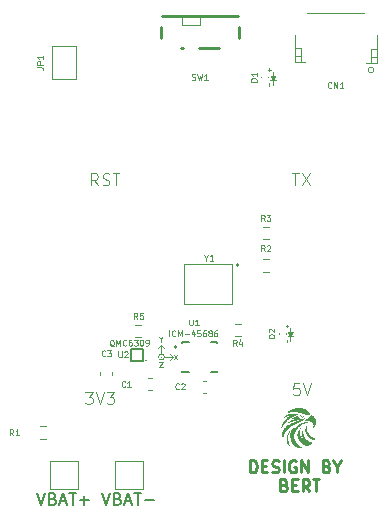
<source format=gto>
G04 #@! TF.GenerationSoftware,KiCad,Pcbnew,9.0.2*
G04 #@! TF.CreationDate,2025-06-28T15:28:43-07:00*
G04 #@! TF.ProjectId,bert_slime_tracker,62657274-5f73-46c6-996d-655f74726163,rev?*
G04 #@! TF.SameCoordinates,Original*
G04 #@! TF.FileFunction,Legend,Top*
G04 #@! TF.FilePolarity,Positive*
%FSLAX46Y46*%
G04 Gerber Fmt 4.6, Leading zero omitted, Abs format (unit mm)*
G04 Created by KiCad (PCBNEW 9.0.2) date 2025-06-28 15:28:43*
%MOMM*%
%LPD*%
G01*
G04 APERTURE LIST*
%ADD10C,0.191421*%
%ADD11C,0.100000*%
%ADD12C,0.125000*%
%ADD13C,0.250000*%
%ADD14C,0.062500*%
%ADD15C,0.150000*%
%ADD16C,0.050000*%
%ADD17C,0.120000*%
%ADD18C,0.170000*%
%ADD19C,0.000000*%
%ADD20C,0.127000*%
%ADD21C,0.200000*%
G04 APERTURE END LIST*
D10*
X143295710Y-91700000D02*
G75*
G02*
X143104290Y-91700000I-95710J0D01*
G01*
X143104290Y-91700000D02*
G75*
G02*
X143295710Y-91700000I95710J0D01*
G01*
D11*
X138640000Y-91590000D02*
X138640000Y-95000000D01*
X138640000Y-95000000D02*
X142700000Y-95000000D01*
D12*
X132734616Y-98579928D02*
X132686997Y-98556119D01*
X132686997Y-98556119D02*
X132639378Y-98508500D01*
X132639378Y-98508500D02*
X132567950Y-98437071D01*
X132567950Y-98437071D02*
X132520331Y-98413261D01*
X132520331Y-98413261D02*
X132472712Y-98413261D01*
X132496521Y-98532309D02*
X132448902Y-98508500D01*
X132448902Y-98508500D02*
X132401283Y-98460880D01*
X132401283Y-98460880D02*
X132377474Y-98365642D01*
X132377474Y-98365642D02*
X132377474Y-98198976D01*
X132377474Y-98198976D02*
X132401283Y-98103738D01*
X132401283Y-98103738D02*
X132448902Y-98056119D01*
X132448902Y-98056119D02*
X132496521Y-98032309D01*
X132496521Y-98032309D02*
X132591759Y-98032309D01*
X132591759Y-98032309D02*
X132639378Y-98056119D01*
X132639378Y-98056119D02*
X132686997Y-98103738D01*
X132686997Y-98103738D02*
X132710807Y-98198976D01*
X132710807Y-98198976D02*
X132710807Y-98365642D01*
X132710807Y-98365642D02*
X132686997Y-98460880D01*
X132686997Y-98460880D02*
X132639378Y-98508500D01*
X132639378Y-98508500D02*
X132591759Y-98532309D01*
X132591759Y-98532309D02*
X132496521Y-98532309D01*
X132925093Y-98532309D02*
X132925093Y-98032309D01*
X132925093Y-98032309D02*
X133091760Y-98389452D01*
X133091760Y-98389452D02*
X133258426Y-98032309D01*
X133258426Y-98032309D02*
X133258426Y-98532309D01*
X133782236Y-98484690D02*
X133758427Y-98508500D01*
X133758427Y-98508500D02*
X133686998Y-98532309D01*
X133686998Y-98532309D02*
X133639379Y-98532309D01*
X133639379Y-98532309D02*
X133567951Y-98508500D01*
X133567951Y-98508500D02*
X133520332Y-98460880D01*
X133520332Y-98460880D02*
X133496522Y-98413261D01*
X133496522Y-98413261D02*
X133472713Y-98318023D01*
X133472713Y-98318023D02*
X133472713Y-98246595D01*
X133472713Y-98246595D02*
X133496522Y-98151357D01*
X133496522Y-98151357D02*
X133520332Y-98103738D01*
X133520332Y-98103738D02*
X133567951Y-98056119D01*
X133567951Y-98056119D02*
X133639379Y-98032309D01*
X133639379Y-98032309D02*
X133686998Y-98032309D01*
X133686998Y-98032309D02*
X133758427Y-98056119D01*
X133758427Y-98056119D02*
X133782236Y-98079928D01*
X134210808Y-98032309D02*
X134115570Y-98032309D01*
X134115570Y-98032309D02*
X134067951Y-98056119D01*
X134067951Y-98056119D02*
X134044141Y-98079928D01*
X134044141Y-98079928D02*
X133996522Y-98151357D01*
X133996522Y-98151357D02*
X133972713Y-98246595D01*
X133972713Y-98246595D02*
X133972713Y-98437071D01*
X133972713Y-98437071D02*
X133996522Y-98484690D01*
X133996522Y-98484690D02*
X134020332Y-98508500D01*
X134020332Y-98508500D02*
X134067951Y-98532309D01*
X134067951Y-98532309D02*
X134163189Y-98532309D01*
X134163189Y-98532309D02*
X134210808Y-98508500D01*
X134210808Y-98508500D02*
X134234617Y-98484690D01*
X134234617Y-98484690D02*
X134258427Y-98437071D01*
X134258427Y-98437071D02*
X134258427Y-98318023D01*
X134258427Y-98318023D02*
X134234617Y-98270404D01*
X134234617Y-98270404D02*
X134210808Y-98246595D01*
X134210808Y-98246595D02*
X134163189Y-98222785D01*
X134163189Y-98222785D02*
X134067951Y-98222785D01*
X134067951Y-98222785D02*
X134020332Y-98246595D01*
X134020332Y-98246595D02*
X133996522Y-98270404D01*
X133996522Y-98270404D02*
X133972713Y-98318023D01*
X134425093Y-98032309D02*
X134734617Y-98032309D01*
X134734617Y-98032309D02*
X134567950Y-98222785D01*
X134567950Y-98222785D02*
X134639379Y-98222785D01*
X134639379Y-98222785D02*
X134686998Y-98246595D01*
X134686998Y-98246595D02*
X134710807Y-98270404D01*
X134710807Y-98270404D02*
X134734617Y-98318023D01*
X134734617Y-98318023D02*
X134734617Y-98437071D01*
X134734617Y-98437071D02*
X134710807Y-98484690D01*
X134710807Y-98484690D02*
X134686998Y-98508500D01*
X134686998Y-98508500D02*
X134639379Y-98532309D01*
X134639379Y-98532309D02*
X134496522Y-98532309D01*
X134496522Y-98532309D02*
X134448903Y-98508500D01*
X134448903Y-98508500D02*
X134425093Y-98484690D01*
X135044140Y-98032309D02*
X135091759Y-98032309D01*
X135091759Y-98032309D02*
X135139378Y-98056119D01*
X135139378Y-98056119D02*
X135163188Y-98079928D01*
X135163188Y-98079928D02*
X135186997Y-98127547D01*
X135186997Y-98127547D02*
X135210807Y-98222785D01*
X135210807Y-98222785D02*
X135210807Y-98341833D01*
X135210807Y-98341833D02*
X135186997Y-98437071D01*
X135186997Y-98437071D02*
X135163188Y-98484690D01*
X135163188Y-98484690D02*
X135139378Y-98508500D01*
X135139378Y-98508500D02*
X135091759Y-98532309D01*
X135091759Y-98532309D02*
X135044140Y-98532309D01*
X135044140Y-98532309D02*
X134996521Y-98508500D01*
X134996521Y-98508500D02*
X134972712Y-98484690D01*
X134972712Y-98484690D02*
X134948902Y-98437071D01*
X134948902Y-98437071D02*
X134925093Y-98341833D01*
X134925093Y-98341833D02*
X134925093Y-98222785D01*
X134925093Y-98222785D02*
X134948902Y-98127547D01*
X134948902Y-98127547D02*
X134972712Y-98079928D01*
X134972712Y-98079928D02*
X134996521Y-98056119D01*
X134996521Y-98056119D02*
X135044140Y-98032309D01*
X135448902Y-98532309D02*
X135544140Y-98532309D01*
X135544140Y-98532309D02*
X135591759Y-98508500D01*
X135591759Y-98508500D02*
X135615568Y-98484690D01*
X135615568Y-98484690D02*
X135663187Y-98413261D01*
X135663187Y-98413261D02*
X135686997Y-98318023D01*
X135686997Y-98318023D02*
X135686997Y-98127547D01*
X135686997Y-98127547D02*
X135663187Y-98079928D01*
X135663187Y-98079928D02*
X135639378Y-98056119D01*
X135639378Y-98056119D02*
X135591759Y-98032309D01*
X135591759Y-98032309D02*
X135496521Y-98032309D01*
X135496521Y-98032309D02*
X135448902Y-98056119D01*
X135448902Y-98056119D02*
X135425092Y-98079928D01*
X135425092Y-98079928D02*
X135401283Y-98127547D01*
X135401283Y-98127547D02*
X135401283Y-98246595D01*
X135401283Y-98246595D02*
X135425092Y-98294214D01*
X135425092Y-98294214D02*
X135448902Y-98318023D01*
X135448902Y-98318023D02*
X135496521Y-98341833D01*
X135496521Y-98341833D02*
X135591759Y-98341833D01*
X135591759Y-98341833D02*
X135639378Y-98318023D01*
X135639378Y-98318023D02*
X135663187Y-98294214D01*
X135663187Y-98294214D02*
X135686997Y-98246595D01*
D13*
X144257143Y-109254675D02*
X144257143Y-108254675D01*
X144257143Y-108254675D02*
X144495238Y-108254675D01*
X144495238Y-108254675D02*
X144638095Y-108302294D01*
X144638095Y-108302294D02*
X144733333Y-108397532D01*
X144733333Y-108397532D02*
X144780952Y-108492770D01*
X144780952Y-108492770D02*
X144828571Y-108683246D01*
X144828571Y-108683246D02*
X144828571Y-108826103D01*
X144828571Y-108826103D02*
X144780952Y-109016579D01*
X144780952Y-109016579D02*
X144733333Y-109111817D01*
X144733333Y-109111817D02*
X144638095Y-109207056D01*
X144638095Y-109207056D02*
X144495238Y-109254675D01*
X144495238Y-109254675D02*
X144257143Y-109254675D01*
X145257143Y-108730865D02*
X145590476Y-108730865D01*
X145733333Y-109254675D02*
X145257143Y-109254675D01*
X145257143Y-109254675D02*
X145257143Y-108254675D01*
X145257143Y-108254675D02*
X145733333Y-108254675D01*
X146114286Y-109207056D02*
X146257143Y-109254675D01*
X146257143Y-109254675D02*
X146495238Y-109254675D01*
X146495238Y-109254675D02*
X146590476Y-109207056D01*
X146590476Y-109207056D02*
X146638095Y-109159436D01*
X146638095Y-109159436D02*
X146685714Y-109064198D01*
X146685714Y-109064198D02*
X146685714Y-108968960D01*
X146685714Y-108968960D02*
X146638095Y-108873722D01*
X146638095Y-108873722D02*
X146590476Y-108826103D01*
X146590476Y-108826103D02*
X146495238Y-108778484D01*
X146495238Y-108778484D02*
X146304762Y-108730865D01*
X146304762Y-108730865D02*
X146209524Y-108683246D01*
X146209524Y-108683246D02*
X146161905Y-108635627D01*
X146161905Y-108635627D02*
X146114286Y-108540389D01*
X146114286Y-108540389D02*
X146114286Y-108445151D01*
X146114286Y-108445151D02*
X146161905Y-108349913D01*
X146161905Y-108349913D02*
X146209524Y-108302294D01*
X146209524Y-108302294D02*
X146304762Y-108254675D01*
X146304762Y-108254675D02*
X146542857Y-108254675D01*
X146542857Y-108254675D02*
X146685714Y-108302294D01*
X147114286Y-109254675D02*
X147114286Y-108254675D01*
X148114285Y-108302294D02*
X148019047Y-108254675D01*
X148019047Y-108254675D02*
X147876190Y-108254675D01*
X147876190Y-108254675D02*
X147733333Y-108302294D01*
X147733333Y-108302294D02*
X147638095Y-108397532D01*
X147638095Y-108397532D02*
X147590476Y-108492770D01*
X147590476Y-108492770D02*
X147542857Y-108683246D01*
X147542857Y-108683246D02*
X147542857Y-108826103D01*
X147542857Y-108826103D02*
X147590476Y-109016579D01*
X147590476Y-109016579D02*
X147638095Y-109111817D01*
X147638095Y-109111817D02*
X147733333Y-109207056D01*
X147733333Y-109207056D02*
X147876190Y-109254675D01*
X147876190Y-109254675D02*
X147971428Y-109254675D01*
X147971428Y-109254675D02*
X148114285Y-109207056D01*
X148114285Y-109207056D02*
X148161904Y-109159436D01*
X148161904Y-109159436D02*
X148161904Y-108826103D01*
X148161904Y-108826103D02*
X147971428Y-108826103D01*
X148590476Y-109254675D02*
X148590476Y-108254675D01*
X148590476Y-108254675D02*
X149161904Y-109254675D01*
X149161904Y-109254675D02*
X149161904Y-108254675D01*
X150733333Y-108730865D02*
X150876190Y-108778484D01*
X150876190Y-108778484D02*
X150923809Y-108826103D01*
X150923809Y-108826103D02*
X150971428Y-108921341D01*
X150971428Y-108921341D02*
X150971428Y-109064198D01*
X150971428Y-109064198D02*
X150923809Y-109159436D01*
X150923809Y-109159436D02*
X150876190Y-109207056D01*
X150876190Y-109207056D02*
X150780952Y-109254675D01*
X150780952Y-109254675D02*
X150400000Y-109254675D01*
X150400000Y-109254675D02*
X150400000Y-108254675D01*
X150400000Y-108254675D02*
X150733333Y-108254675D01*
X150733333Y-108254675D02*
X150828571Y-108302294D01*
X150828571Y-108302294D02*
X150876190Y-108349913D01*
X150876190Y-108349913D02*
X150923809Y-108445151D01*
X150923809Y-108445151D02*
X150923809Y-108540389D01*
X150923809Y-108540389D02*
X150876190Y-108635627D01*
X150876190Y-108635627D02*
X150828571Y-108683246D01*
X150828571Y-108683246D02*
X150733333Y-108730865D01*
X150733333Y-108730865D02*
X150400000Y-108730865D01*
X151590476Y-108778484D02*
X151590476Y-109254675D01*
X151257143Y-108254675D02*
X151590476Y-108778484D01*
X151590476Y-108778484D02*
X151923809Y-108254675D01*
X147138095Y-110340809D02*
X147280952Y-110388428D01*
X147280952Y-110388428D02*
X147328571Y-110436047D01*
X147328571Y-110436047D02*
X147376190Y-110531285D01*
X147376190Y-110531285D02*
X147376190Y-110674142D01*
X147376190Y-110674142D02*
X147328571Y-110769380D01*
X147328571Y-110769380D02*
X147280952Y-110817000D01*
X147280952Y-110817000D02*
X147185714Y-110864619D01*
X147185714Y-110864619D02*
X146804762Y-110864619D01*
X146804762Y-110864619D02*
X146804762Y-109864619D01*
X146804762Y-109864619D02*
X147138095Y-109864619D01*
X147138095Y-109864619D02*
X147233333Y-109912238D01*
X147233333Y-109912238D02*
X147280952Y-109959857D01*
X147280952Y-109959857D02*
X147328571Y-110055095D01*
X147328571Y-110055095D02*
X147328571Y-110150333D01*
X147328571Y-110150333D02*
X147280952Y-110245571D01*
X147280952Y-110245571D02*
X147233333Y-110293190D01*
X147233333Y-110293190D02*
X147138095Y-110340809D01*
X147138095Y-110340809D02*
X146804762Y-110340809D01*
X147804762Y-110340809D02*
X148138095Y-110340809D01*
X148280952Y-110864619D02*
X147804762Y-110864619D01*
X147804762Y-110864619D02*
X147804762Y-109864619D01*
X147804762Y-109864619D02*
X148280952Y-109864619D01*
X149280952Y-110864619D02*
X148947619Y-110388428D01*
X148709524Y-110864619D02*
X148709524Y-109864619D01*
X148709524Y-109864619D02*
X149090476Y-109864619D01*
X149090476Y-109864619D02*
X149185714Y-109912238D01*
X149185714Y-109912238D02*
X149233333Y-109959857D01*
X149233333Y-109959857D02*
X149280952Y-110055095D01*
X149280952Y-110055095D02*
X149280952Y-110197952D01*
X149280952Y-110197952D02*
X149233333Y-110293190D01*
X149233333Y-110293190D02*
X149185714Y-110340809D01*
X149185714Y-110340809D02*
X149090476Y-110388428D01*
X149090476Y-110388428D02*
X148709524Y-110388428D01*
X149566667Y-109864619D02*
X150138095Y-109864619D01*
X149852381Y-110864619D02*
X149852381Y-109864619D01*
D12*
X137401283Y-97732309D02*
X137401283Y-97232309D01*
X137925092Y-97684690D02*
X137901283Y-97708500D01*
X137901283Y-97708500D02*
X137829854Y-97732309D01*
X137829854Y-97732309D02*
X137782235Y-97732309D01*
X137782235Y-97732309D02*
X137710807Y-97708500D01*
X137710807Y-97708500D02*
X137663188Y-97660880D01*
X137663188Y-97660880D02*
X137639378Y-97613261D01*
X137639378Y-97613261D02*
X137615569Y-97518023D01*
X137615569Y-97518023D02*
X137615569Y-97446595D01*
X137615569Y-97446595D02*
X137639378Y-97351357D01*
X137639378Y-97351357D02*
X137663188Y-97303738D01*
X137663188Y-97303738D02*
X137710807Y-97256119D01*
X137710807Y-97256119D02*
X137782235Y-97232309D01*
X137782235Y-97232309D02*
X137829854Y-97232309D01*
X137829854Y-97232309D02*
X137901283Y-97256119D01*
X137901283Y-97256119D02*
X137925092Y-97279928D01*
X138139378Y-97732309D02*
X138139378Y-97232309D01*
X138139378Y-97232309D02*
X138306045Y-97589452D01*
X138306045Y-97589452D02*
X138472711Y-97232309D01*
X138472711Y-97232309D02*
X138472711Y-97732309D01*
X138710807Y-97541833D02*
X139091760Y-97541833D01*
X139544141Y-97398976D02*
X139544141Y-97732309D01*
X139425093Y-97208500D02*
X139306046Y-97565642D01*
X139306046Y-97565642D02*
X139615569Y-97565642D01*
X140044140Y-97232309D02*
X139806045Y-97232309D01*
X139806045Y-97232309D02*
X139782236Y-97470404D01*
X139782236Y-97470404D02*
X139806045Y-97446595D01*
X139806045Y-97446595D02*
X139853664Y-97422785D01*
X139853664Y-97422785D02*
X139972712Y-97422785D01*
X139972712Y-97422785D02*
X140020331Y-97446595D01*
X140020331Y-97446595D02*
X140044140Y-97470404D01*
X140044140Y-97470404D02*
X140067950Y-97518023D01*
X140067950Y-97518023D02*
X140067950Y-97637071D01*
X140067950Y-97637071D02*
X140044140Y-97684690D01*
X140044140Y-97684690D02*
X140020331Y-97708500D01*
X140020331Y-97708500D02*
X139972712Y-97732309D01*
X139972712Y-97732309D02*
X139853664Y-97732309D01*
X139853664Y-97732309D02*
X139806045Y-97708500D01*
X139806045Y-97708500D02*
X139782236Y-97684690D01*
X140496521Y-97232309D02*
X140401283Y-97232309D01*
X140401283Y-97232309D02*
X140353664Y-97256119D01*
X140353664Y-97256119D02*
X140329854Y-97279928D01*
X140329854Y-97279928D02*
X140282235Y-97351357D01*
X140282235Y-97351357D02*
X140258426Y-97446595D01*
X140258426Y-97446595D02*
X140258426Y-97637071D01*
X140258426Y-97637071D02*
X140282235Y-97684690D01*
X140282235Y-97684690D02*
X140306045Y-97708500D01*
X140306045Y-97708500D02*
X140353664Y-97732309D01*
X140353664Y-97732309D02*
X140448902Y-97732309D01*
X140448902Y-97732309D02*
X140496521Y-97708500D01*
X140496521Y-97708500D02*
X140520330Y-97684690D01*
X140520330Y-97684690D02*
X140544140Y-97637071D01*
X140544140Y-97637071D02*
X140544140Y-97518023D01*
X140544140Y-97518023D02*
X140520330Y-97470404D01*
X140520330Y-97470404D02*
X140496521Y-97446595D01*
X140496521Y-97446595D02*
X140448902Y-97422785D01*
X140448902Y-97422785D02*
X140353664Y-97422785D01*
X140353664Y-97422785D02*
X140306045Y-97446595D01*
X140306045Y-97446595D02*
X140282235Y-97470404D01*
X140282235Y-97470404D02*
X140258426Y-97518023D01*
X140829854Y-97446595D02*
X140782235Y-97422785D01*
X140782235Y-97422785D02*
X140758425Y-97398976D01*
X140758425Y-97398976D02*
X140734616Y-97351357D01*
X140734616Y-97351357D02*
X140734616Y-97327547D01*
X140734616Y-97327547D02*
X140758425Y-97279928D01*
X140758425Y-97279928D02*
X140782235Y-97256119D01*
X140782235Y-97256119D02*
X140829854Y-97232309D01*
X140829854Y-97232309D02*
X140925092Y-97232309D01*
X140925092Y-97232309D02*
X140972711Y-97256119D01*
X140972711Y-97256119D02*
X140996520Y-97279928D01*
X140996520Y-97279928D02*
X141020330Y-97327547D01*
X141020330Y-97327547D02*
X141020330Y-97351357D01*
X141020330Y-97351357D02*
X140996520Y-97398976D01*
X140996520Y-97398976D02*
X140972711Y-97422785D01*
X140972711Y-97422785D02*
X140925092Y-97446595D01*
X140925092Y-97446595D02*
X140829854Y-97446595D01*
X140829854Y-97446595D02*
X140782235Y-97470404D01*
X140782235Y-97470404D02*
X140758425Y-97494214D01*
X140758425Y-97494214D02*
X140734616Y-97541833D01*
X140734616Y-97541833D02*
X140734616Y-97637071D01*
X140734616Y-97637071D02*
X140758425Y-97684690D01*
X140758425Y-97684690D02*
X140782235Y-97708500D01*
X140782235Y-97708500D02*
X140829854Y-97732309D01*
X140829854Y-97732309D02*
X140925092Y-97732309D01*
X140925092Y-97732309D02*
X140972711Y-97708500D01*
X140972711Y-97708500D02*
X140996520Y-97684690D01*
X140996520Y-97684690D02*
X141020330Y-97637071D01*
X141020330Y-97637071D02*
X141020330Y-97541833D01*
X141020330Y-97541833D02*
X140996520Y-97494214D01*
X140996520Y-97494214D02*
X140972711Y-97470404D01*
X140972711Y-97470404D02*
X140925092Y-97446595D01*
X141448901Y-97232309D02*
X141353663Y-97232309D01*
X141353663Y-97232309D02*
X141306044Y-97256119D01*
X141306044Y-97256119D02*
X141282234Y-97279928D01*
X141282234Y-97279928D02*
X141234615Y-97351357D01*
X141234615Y-97351357D02*
X141210806Y-97446595D01*
X141210806Y-97446595D02*
X141210806Y-97637071D01*
X141210806Y-97637071D02*
X141234615Y-97684690D01*
X141234615Y-97684690D02*
X141258425Y-97708500D01*
X141258425Y-97708500D02*
X141306044Y-97732309D01*
X141306044Y-97732309D02*
X141401282Y-97732309D01*
X141401282Y-97732309D02*
X141448901Y-97708500D01*
X141448901Y-97708500D02*
X141472710Y-97684690D01*
X141472710Y-97684690D02*
X141496520Y-97637071D01*
X141496520Y-97637071D02*
X141496520Y-97518023D01*
X141496520Y-97518023D02*
X141472710Y-97470404D01*
X141472710Y-97470404D02*
X141448901Y-97446595D01*
X141448901Y-97446595D02*
X141401282Y-97422785D01*
X141401282Y-97422785D02*
X141306044Y-97422785D01*
X141306044Y-97422785D02*
X141258425Y-97446595D01*
X141258425Y-97446595D02*
X141234615Y-97470404D01*
X141234615Y-97470404D02*
X141210806Y-97518023D01*
X126224809Y-74966666D02*
X126581952Y-74966666D01*
X126581952Y-74966666D02*
X126653380Y-74990475D01*
X126653380Y-74990475D02*
X126701000Y-75038094D01*
X126701000Y-75038094D02*
X126724809Y-75109523D01*
X126724809Y-75109523D02*
X126724809Y-75157142D01*
X126724809Y-74728571D02*
X126224809Y-74728571D01*
X126224809Y-74728571D02*
X126224809Y-74538095D01*
X126224809Y-74538095D02*
X126248619Y-74490476D01*
X126248619Y-74490476D02*
X126272428Y-74466666D01*
X126272428Y-74466666D02*
X126320047Y-74442857D01*
X126320047Y-74442857D02*
X126391476Y-74442857D01*
X126391476Y-74442857D02*
X126439095Y-74466666D01*
X126439095Y-74466666D02*
X126462904Y-74490476D01*
X126462904Y-74490476D02*
X126486714Y-74538095D01*
X126486714Y-74538095D02*
X126486714Y-74728571D01*
X126724809Y-73966666D02*
X126724809Y-74252380D01*
X126724809Y-74109523D02*
X126224809Y-74109523D01*
X126224809Y-74109523D02*
X126296238Y-74157142D01*
X126296238Y-74157142D02*
X126343857Y-74204761D01*
X126343857Y-74204761D02*
X126367666Y-74252380D01*
X146324809Y-97869047D02*
X145824809Y-97869047D01*
X145824809Y-97869047D02*
X145824809Y-97749999D01*
X145824809Y-97749999D02*
X145848619Y-97678571D01*
X145848619Y-97678571D02*
X145896238Y-97630952D01*
X145896238Y-97630952D02*
X145943857Y-97607142D01*
X145943857Y-97607142D02*
X146039095Y-97583333D01*
X146039095Y-97583333D02*
X146110523Y-97583333D01*
X146110523Y-97583333D02*
X146205761Y-97607142D01*
X146205761Y-97607142D02*
X146253380Y-97630952D01*
X146253380Y-97630952D02*
X146301000Y-97678571D01*
X146301000Y-97678571D02*
X146324809Y-97749999D01*
X146324809Y-97749999D02*
X146324809Y-97869047D01*
X145872428Y-97392856D02*
X145848619Y-97369047D01*
X145848619Y-97369047D02*
X145824809Y-97321428D01*
X145824809Y-97321428D02*
X145824809Y-97202380D01*
X145824809Y-97202380D02*
X145848619Y-97154761D01*
X145848619Y-97154761D02*
X145872428Y-97130952D01*
X145872428Y-97130952D02*
X145920047Y-97107142D01*
X145920047Y-97107142D02*
X145967666Y-97107142D01*
X145967666Y-97107142D02*
X146039095Y-97130952D01*
X146039095Y-97130952D02*
X146324809Y-97416666D01*
X146324809Y-97416666D02*
X146324809Y-97107142D01*
D14*
X147395916Y-96949358D02*
X147395916Y-96758882D01*
X147491154Y-96854120D02*
X147300678Y-96854120D01*
X147395916Y-98224358D02*
X147395916Y-98033882D01*
D12*
X133119047Y-99024809D02*
X133119047Y-99429571D01*
X133119047Y-99429571D02*
X133142857Y-99477190D01*
X133142857Y-99477190D02*
X133166666Y-99501000D01*
X133166666Y-99501000D02*
X133214285Y-99524809D01*
X133214285Y-99524809D02*
X133309523Y-99524809D01*
X133309523Y-99524809D02*
X133357142Y-99501000D01*
X133357142Y-99501000D02*
X133380952Y-99477190D01*
X133380952Y-99477190D02*
X133404761Y-99429571D01*
X133404761Y-99429571D02*
X133404761Y-99024809D01*
X133619048Y-99072428D02*
X133642857Y-99048619D01*
X133642857Y-99048619D02*
X133690476Y-99024809D01*
X133690476Y-99024809D02*
X133809524Y-99024809D01*
X133809524Y-99024809D02*
X133857143Y-99048619D01*
X133857143Y-99048619D02*
X133880952Y-99072428D01*
X133880952Y-99072428D02*
X133904762Y-99120047D01*
X133904762Y-99120047D02*
X133904762Y-99167666D01*
X133904762Y-99167666D02*
X133880952Y-99239095D01*
X133880952Y-99239095D02*
X133595238Y-99524809D01*
X133595238Y-99524809D02*
X133904762Y-99524809D01*
X144824809Y-76169047D02*
X144324809Y-76169047D01*
X144324809Y-76169047D02*
X144324809Y-76049999D01*
X144324809Y-76049999D02*
X144348619Y-75978571D01*
X144348619Y-75978571D02*
X144396238Y-75930952D01*
X144396238Y-75930952D02*
X144443857Y-75907142D01*
X144443857Y-75907142D02*
X144539095Y-75883333D01*
X144539095Y-75883333D02*
X144610523Y-75883333D01*
X144610523Y-75883333D02*
X144705761Y-75907142D01*
X144705761Y-75907142D02*
X144753380Y-75930952D01*
X144753380Y-75930952D02*
X144801000Y-75978571D01*
X144801000Y-75978571D02*
X144824809Y-76049999D01*
X144824809Y-76049999D02*
X144824809Y-76169047D01*
X144824809Y-75407142D02*
X144824809Y-75692856D01*
X144824809Y-75549999D02*
X144324809Y-75549999D01*
X144324809Y-75549999D02*
X144396238Y-75597618D01*
X144396238Y-75597618D02*
X144443857Y-75645237D01*
X144443857Y-75645237D02*
X144467666Y-75692856D01*
D14*
X145895916Y-76524358D02*
X145895916Y-76333882D01*
X145895916Y-75249358D02*
X145895916Y-75058882D01*
X145991154Y-75154120D02*
X145800678Y-75154120D01*
D12*
X143116666Y-98534809D02*
X142950000Y-98296714D01*
X142830952Y-98534809D02*
X142830952Y-98034809D01*
X142830952Y-98034809D02*
X143021428Y-98034809D01*
X143021428Y-98034809D02*
X143069047Y-98058619D01*
X143069047Y-98058619D02*
X143092857Y-98082428D01*
X143092857Y-98082428D02*
X143116666Y-98130047D01*
X143116666Y-98130047D02*
X143116666Y-98201476D01*
X143116666Y-98201476D02*
X143092857Y-98249095D01*
X143092857Y-98249095D02*
X143069047Y-98272904D01*
X143069047Y-98272904D02*
X143021428Y-98296714D01*
X143021428Y-98296714D02*
X142830952Y-98296714D01*
X143545238Y-98201476D02*
X143545238Y-98534809D01*
X143426190Y-98011000D02*
X143307143Y-98368142D01*
X143307143Y-98368142D02*
X143616666Y-98368142D01*
X138241666Y-102177190D02*
X138217857Y-102201000D01*
X138217857Y-102201000D02*
X138146428Y-102224809D01*
X138146428Y-102224809D02*
X138098809Y-102224809D01*
X138098809Y-102224809D02*
X138027381Y-102201000D01*
X138027381Y-102201000D02*
X137979762Y-102153380D01*
X137979762Y-102153380D02*
X137955952Y-102105761D01*
X137955952Y-102105761D02*
X137932143Y-102010523D01*
X137932143Y-102010523D02*
X137932143Y-101939095D01*
X137932143Y-101939095D02*
X137955952Y-101843857D01*
X137955952Y-101843857D02*
X137979762Y-101796238D01*
X137979762Y-101796238D02*
X138027381Y-101748619D01*
X138027381Y-101748619D02*
X138098809Y-101724809D01*
X138098809Y-101724809D02*
X138146428Y-101724809D01*
X138146428Y-101724809D02*
X138217857Y-101748619D01*
X138217857Y-101748619D02*
X138241666Y-101772428D01*
X138432143Y-101772428D02*
X138455952Y-101748619D01*
X138455952Y-101748619D02*
X138503571Y-101724809D01*
X138503571Y-101724809D02*
X138622619Y-101724809D01*
X138622619Y-101724809D02*
X138670238Y-101748619D01*
X138670238Y-101748619D02*
X138694047Y-101772428D01*
X138694047Y-101772428D02*
X138717857Y-101820047D01*
X138717857Y-101820047D02*
X138717857Y-101867666D01*
X138717857Y-101867666D02*
X138694047Y-101939095D01*
X138694047Y-101939095D02*
X138408333Y-102224809D01*
X138408333Y-102224809D02*
X138717857Y-102224809D01*
X145504166Y-87974809D02*
X145337500Y-87736714D01*
X145218452Y-87974809D02*
X145218452Y-87474809D01*
X145218452Y-87474809D02*
X145408928Y-87474809D01*
X145408928Y-87474809D02*
X145456547Y-87498619D01*
X145456547Y-87498619D02*
X145480357Y-87522428D01*
X145480357Y-87522428D02*
X145504166Y-87570047D01*
X145504166Y-87570047D02*
X145504166Y-87641476D01*
X145504166Y-87641476D02*
X145480357Y-87689095D01*
X145480357Y-87689095D02*
X145456547Y-87712904D01*
X145456547Y-87712904D02*
X145408928Y-87736714D01*
X145408928Y-87736714D02*
X145218452Y-87736714D01*
X145670833Y-87474809D02*
X145980357Y-87474809D01*
X145980357Y-87474809D02*
X145813690Y-87665285D01*
X145813690Y-87665285D02*
X145885119Y-87665285D01*
X145885119Y-87665285D02*
X145932738Y-87689095D01*
X145932738Y-87689095D02*
X145956547Y-87712904D01*
X145956547Y-87712904D02*
X145980357Y-87760523D01*
X145980357Y-87760523D02*
X145980357Y-87879571D01*
X145980357Y-87879571D02*
X145956547Y-87927190D01*
X145956547Y-87927190D02*
X145932738Y-87951000D01*
X145932738Y-87951000D02*
X145885119Y-87974809D01*
X145885119Y-87974809D02*
X145742262Y-87974809D01*
X145742262Y-87974809D02*
X145694643Y-87951000D01*
X145694643Y-87951000D02*
X145670833Y-87927190D01*
X151154761Y-76677190D02*
X151130952Y-76701000D01*
X151130952Y-76701000D02*
X151059523Y-76724809D01*
X151059523Y-76724809D02*
X151011904Y-76724809D01*
X151011904Y-76724809D02*
X150940476Y-76701000D01*
X150940476Y-76701000D02*
X150892857Y-76653380D01*
X150892857Y-76653380D02*
X150869047Y-76605761D01*
X150869047Y-76605761D02*
X150845238Y-76510523D01*
X150845238Y-76510523D02*
X150845238Y-76439095D01*
X150845238Y-76439095D02*
X150869047Y-76343857D01*
X150869047Y-76343857D02*
X150892857Y-76296238D01*
X150892857Y-76296238D02*
X150940476Y-76248619D01*
X150940476Y-76248619D02*
X151011904Y-76224809D01*
X151011904Y-76224809D02*
X151059523Y-76224809D01*
X151059523Y-76224809D02*
X151130952Y-76248619D01*
X151130952Y-76248619D02*
X151154761Y-76272428D01*
X151369047Y-76724809D02*
X151369047Y-76224809D01*
X151369047Y-76224809D02*
X151654761Y-76724809D01*
X151654761Y-76724809D02*
X151654761Y-76224809D01*
X152154762Y-76724809D02*
X151869048Y-76724809D01*
X152011905Y-76724809D02*
X152011905Y-76224809D01*
X152011905Y-76224809D02*
X151964286Y-76296238D01*
X151964286Y-76296238D02*
X151916667Y-76343857D01*
X151916667Y-76343857D02*
X151869048Y-76367666D01*
D15*
X126238095Y-111004819D02*
X126571428Y-112004819D01*
X126571428Y-112004819D02*
X126904761Y-111004819D01*
X127571428Y-111481009D02*
X127714285Y-111528628D01*
X127714285Y-111528628D02*
X127761904Y-111576247D01*
X127761904Y-111576247D02*
X127809523Y-111671485D01*
X127809523Y-111671485D02*
X127809523Y-111814342D01*
X127809523Y-111814342D02*
X127761904Y-111909580D01*
X127761904Y-111909580D02*
X127714285Y-111957200D01*
X127714285Y-111957200D02*
X127619047Y-112004819D01*
X127619047Y-112004819D02*
X127238095Y-112004819D01*
X127238095Y-112004819D02*
X127238095Y-111004819D01*
X127238095Y-111004819D02*
X127571428Y-111004819D01*
X127571428Y-111004819D02*
X127666666Y-111052438D01*
X127666666Y-111052438D02*
X127714285Y-111100057D01*
X127714285Y-111100057D02*
X127761904Y-111195295D01*
X127761904Y-111195295D02*
X127761904Y-111290533D01*
X127761904Y-111290533D02*
X127714285Y-111385771D01*
X127714285Y-111385771D02*
X127666666Y-111433390D01*
X127666666Y-111433390D02*
X127571428Y-111481009D01*
X127571428Y-111481009D02*
X127238095Y-111481009D01*
X128190476Y-111719104D02*
X128666666Y-111719104D01*
X128095238Y-112004819D02*
X128428571Y-111004819D01*
X128428571Y-111004819D02*
X128761904Y-112004819D01*
X128952381Y-111004819D02*
X129523809Y-111004819D01*
X129238095Y-112004819D02*
X129238095Y-111004819D01*
X129857143Y-111623866D02*
X130619048Y-111623866D01*
X130238095Y-112004819D02*
X130238095Y-111242914D01*
D11*
X148440074Y-101727419D02*
X147963884Y-101727419D01*
X147963884Y-101727419D02*
X147916265Y-102203609D01*
X147916265Y-102203609D02*
X147963884Y-102155990D01*
X147963884Y-102155990D02*
X148059122Y-102108371D01*
X148059122Y-102108371D02*
X148297217Y-102108371D01*
X148297217Y-102108371D02*
X148392455Y-102155990D01*
X148392455Y-102155990D02*
X148440074Y-102203609D01*
X148440074Y-102203609D02*
X148487693Y-102298847D01*
X148487693Y-102298847D02*
X148487693Y-102536942D01*
X148487693Y-102536942D02*
X148440074Y-102632180D01*
X148440074Y-102632180D02*
X148392455Y-102679800D01*
X148392455Y-102679800D02*
X148297217Y-102727419D01*
X148297217Y-102727419D02*
X148059122Y-102727419D01*
X148059122Y-102727419D02*
X147963884Y-102679800D01*
X147963884Y-102679800D02*
X147916265Y-102632180D01*
X148773408Y-101727419D02*
X149106741Y-102727419D01*
X149106741Y-102727419D02*
X149440074Y-101727419D01*
X130308646Y-102472419D02*
X130927693Y-102472419D01*
X130927693Y-102472419D02*
X130594360Y-102853371D01*
X130594360Y-102853371D02*
X130737217Y-102853371D01*
X130737217Y-102853371D02*
X130832455Y-102900990D01*
X130832455Y-102900990D02*
X130880074Y-102948609D01*
X130880074Y-102948609D02*
X130927693Y-103043847D01*
X130927693Y-103043847D02*
X130927693Y-103281942D01*
X130927693Y-103281942D02*
X130880074Y-103377180D01*
X130880074Y-103377180D02*
X130832455Y-103424800D01*
X130832455Y-103424800D02*
X130737217Y-103472419D01*
X130737217Y-103472419D02*
X130451503Y-103472419D01*
X130451503Y-103472419D02*
X130356265Y-103424800D01*
X130356265Y-103424800D02*
X130308646Y-103377180D01*
X131213408Y-102472419D02*
X131546741Y-103472419D01*
X131546741Y-103472419D02*
X131880074Y-102472419D01*
X132118170Y-102472419D02*
X132737217Y-102472419D01*
X132737217Y-102472419D02*
X132403884Y-102853371D01*
X132403884Y-102853371D02*
X132546741Y-102853371D01*
X132546741Y-102853371D02*
X132641979Y-102900990D01*
X132641979Y-102900990D02*
X132689598Y-102948609D01*
X132689598Y-102948609D02*
X132737217Y-103043847D01*
X132737217Y-103043847D02*
X132737217Y-103281942D01*
X132737217Y-103281942D02*
X132689598Y-103377180D01*
X132689598Y-103377180D02*
X132641979Y-103424800D01*
X132641979Y-103424800D02*
X132546741Y-103472419D01*
X132546741Y-103472419D02*
X132261027Y-103472419D01*
X132261027Y-103472419D02*
X132165789Y-103424800D01*
X132165789Y-103424800D02*
X132118170Y-103377180D01*
X147821027Y-83947419D02*
X148392455Y-83947419D01*
X148106741Y-84947419D02*
X148106741Y-83947419D01*
X148630551Y-83947419D02*
X149297217Y-84947419D01*
X149297217Y-83947419D02*
X148630551Y-84947419D01*
X131390312Y-84947419D02*
X131056979Y-84471228D01*
X130818884Y-84947419D02*
X130818884Y-83947419D01*
X130818884Y-83947419D02*
X131199836Y-83947419D01*
X131199836Y-83947419D02*
X131295074Y-83995038D01*
X131295074Y-83995038D02*
X131342693Y-84042657D01*
X131342693Y-84042657D02*
X131390312Y-84137895D01*
X131390312Y-84137895D02*
X131390312Y-84280752D01*
X131390312Y-84280752D02*
X131342693Y-84375990D01*
X131342693Y-84375990D02*
X131295074Y-84423609D01*
X131295074Y-84423609D02*
X131199836Y-84471228D01*
X131199836Y-84471228D02*
X130818884Y-84471228D01*
X131771265Y-84899800D02*
X131914122Y-84947419D01*
X131914122Y-84947419D02*
X132152217Y-84947419D01*
X132152217Y-84947419D02*
X132247455Y-84899800D01*
X132247455Y-84899800D02*
X132295074Y-84852180D01*
X132295074Y-84852180D02*
X132342693Y-84756942D01*
X132342693Y-84756942D02*
X132342693Y-84661704D01*
X132342693Y-84661704D02*
X132295074Y-84566466D01*
X132295074Y-84566466D02*
X132247455Y-84518847D01*
X132247455Y-84518847D02*
X132152217Y-84471228D01*
X132152217Y-84471228D02*
X131961741Y-84423609D01*
X131961741Y-84423609D02*
X131866503Y-84375990D01*
X131866503Y-84375990D02*
X131818884Y-84328371D01*
X131818884Y-84328371D02*
X131771265Y-84233133D01*
X131771265Y-84233133D02*
X131771265Y-84137895D01*
X131771265Y-84137895D02*
X131818884Y-84042657D01*
X131818884Y-84042657D02*
X131866503Y-83995038D01*
X131866503Y-83995038D02*
X131961741Y-83947419D01*
X131961741Y-83947419D02*
X132199836Y-83947419D01*
X132199836Y-83947419D02*
X132342693Y-83995038D01*
X132628408Y-83947419D02*
X133199836Y-83947419D01*
X132914122Y-84947419D02*
X132914122Y-83947419D01*
D12*
X139119047Y-96324809D02*
X139119047Y-96729571D01*
X139119047Y-96729571D02*
X139142857Y-96777190D01*
X139142857Y-96777190D02*
X139166666Y-96801000D01*
X139166666Y-96801000D02*
X139214285Y-96824809D01*
X139214285Y-96824809D02*
X139309523Y-96824809D01*
X139309523Y-96824809D02*
X139357142Y-96801000D01*
X139357142Y-96801000D02*
X139380952Y-96777190D01*
X139380952Y-96777190D02*
X139404761Y-96729571D01*
X139404761Y-96729571D02*
X139404761Y-96324809D01*
X139904762Y-96824809D02*
X139619048Y-96824809D01*
X139761905Y-96824809D02*
X139761905Y-96324809D01*
X139761905Y-96324809D02*
X139714286Y-96396238D01*
X139714286Y-96396238D02*
X139666667Y-96443857D01*
X139666667Y-96443857D02*
X139619048Y-96467666D01*
D16*
X136704322Y-98007971D02*
X136704322Y-98198447D01*
X136570989Y-97798447D02*
X136704322Y-98007971D01*
X136704322Y-98007971D02*
X136837655Y-97798447D01*
X136590036Y-99948447D02*
X136856703Y-99948447D01*
X136856703Y-99948447D02*
X136590036Y-100348447D01*
X136590036Y-100348447D02*
X136856703Y-100348447D01*
X137840036Y-99298447D02*
X138106703Y-99698447D01*
X138106703Y-99298447D02*
X137840036Y-99698447D01*
D12*
X132016666Y-99377190D02*
X131992857Y-99401000D01*
X131992857Y-99401000D02*
X131921428Y-99424809D01*
X131921428Y-99424809D02*
X131873809Y-99424809D01*
X131873809Y-99424809D02*
X131802381Y-99401000D01*
X131802381Y-99401000D02*
X131754762Y-99353380D01*
X131754762Y-99353380D02*
X131730952Y-99305761D01*
X131730952Y-99305761D02*
X131707143Y-99210523D01*
X131707143Y-99210523D02*
X131707143Y-99139095D01*
X131707143Y-99139095D02*
X131730952Y-99043857D01*
X131730952Y-99043857D02*
X131754762Y-98996238D01*
X131754762Y-98996238D02*
X131802381Y-98948619D01*
X131802381Y-98948619D02*
X131873809Y-98924809D01*
X131873809Y-98924809D02*
X131921428Y-98924809D01*
X131921428Y-98924809D02*
X131992857Y-98948619D01*
X131992857Y-98948619D02*
X132016666Y-98972428D01*
X132183333Y-98924809D02*
X132492857Y-98924809D01*
X132492857Y-98924809D02*
X132326190Y-99115285D01*
X132326190Y-99115285D02*
X132397619Y-99115285D01*
X132397619Y-99115285D02*
X132445238Y-99139095D01*
X132445238Y-99139095D02*
X132469047Y-99162904D01*
X132469047Y-99162904D02*
X132492857Y-99210523D01*
X132492857Y-99210523D02*
X132492857Y-99329571D01*
X132492857Y-99329571D02*
X132469047Y-99377190D01*
X132469047Y-99377190D02*
X132445238Y-99401000D01*
X132445238Y-99401000D02*
X132397619Y-99424809D01*
X132397619Y-99424809D02*
X132254762Y-99424809D01*
X132254762Y-99424809D02*
X132207143Y-99401000D01*
X132207143Y-99401000D02*
X132183333Y-99377190D01*
X145504166Y-90544809D02*
X145337500Y-90306714D01*
X145218452Y-90544809D02*
X145218452Y-90044809D01*
X145218452Y-90044809D02*
X145408928Y-90044809D01*
X145408928Y-90044809D02*
X145456547Y-90068619D01*
X145456547Y-90068619D02*
X145480357Y-90092428D01*
X145480357Y-90092428D02*
X145504166Y-90140047D01*
X145504166Y-90140047D02*
X145504166Y-90211476D01*
X145504166Y-90211476D02*
X145480357Y-90259095D01*
X145480357Y-90259095D02*
X145456547Y-90282904D01*
X145456547Y-90282904D02*
X145408928Y-90306714D01*
X145408928Y-90306714D02*
X145218452Y-90306714D01*
X145694643Y-90092428D02*
X145718452Y-90068619D01*
X145718452Y-90068619D02*
X145766071Y-90044809D01*
X145766071Y-90044809D02*
X145885119Y-90044809D01*
X145885119Y-90044809D02*
X145932738Y-90068619D01*
X145932738Y-90068619D02*
X145956547Y-90092428D01*
X145956547Y-90092428D02*
X145980357Y-90140047D01*
X145980357Y-90140047D02*
X145980357Y-90187666D01*
X145980357Y-90187666D02*
X145956547Y-90259095D01*
X145956547Y-90259095D02*
X145670833Y-90544809D01*
X145670833Y-90544809D02*
X145980357Y-90544809D01*
X139333334Y-76001000D02*
X139404762Y-76024809D01*
X139404762Y-76024809D02*
X139523810Y-76024809D01*
X139523810Y-76024809D02*
X139571429Y-76001000D01*
X139571429Y-76001000D02*
X139595238Y-75977190D01*
X139595238Y-75977190D02*
X139619048Y-75929571D01*
X139619048Y-75929571D02*
X139619048Y-75881952D01*
X139619048Y-75881952D02*
X139595238Y-75834333D01*
X139595238Y-75834333D02*
X139571429Y-75810523D01*
X139571429Y-75810523D02*
X139523810Y-75786714D01*
X139523810Y-75786714D02*
X139428572Y-75762904D01*
X139428572Y-75762904D02*
X139380953Y-75739095D01*
X139380953Y-75739095D02*
X139357143Y-75715285D01*
X139357143Y-75715285D02*
X139333334Y-75667666D01*
X139333334Y-75667666D02*
X139333334Y-75620047D01*
X139333334Y-75620047D02*
X139357143Y-75572428D01*
X139357143Y-75572428D02*
X139380953Y-75548619D01*
X139380953Y-75548619D02*
X139428572Y-75524809D01*
X139428572Y-75524809D02*
X139547619Y-75524809D01*
X139547619Y-75524809D02*
X139619048Y-75548619D01*
X139785714Y-75524809D02*
X139904762Y-76024809D01*
X139904762Y-76024809D02*
X140000000Y-75667666D01*
X140000000Y-75667666D02*
X140095238Y-76024809D01*
X140095238Y-76024809D02*
X140214286Y-75524809D01*
X140666667Y-76024809D02*
X140380953Y-76024809D01*
X140523810Y-76024809D02*
X140523810Y-75524809D01*
X140523810Y-75524809D02*
X140476191Y-75596238D01*
X140476191Y-75596238D02*
X140428572Y-75643857D01*
X140428572Y-75643857D02*
X140380953Y-75667666D01*
D15*
X131738095Y-111004819D02*
X132071428Y-112004819D01*
X132071428Y-112004819D02*
X132404761Y-111004819D01*
X133071428Y-111481009D02*
X133214285Y-111528628D01*
X133214285Y-111528628D02*
X133261904Y-111576247D01*
X133261904Y-111576247D02*
X133309523Y-111671485D01*
X133309523Y-111671485D02*
X133309523Y-111814342D01*
X133309523Y-111814342D02*
X133261904Y-111909580D01*
X133261904Y-111909580D02*
X133214285Y-111957200D01*
X133214285Y-111957200D02*
X133119047Y-112004819D01*
X133119047Y-112004819D02*
X132738095Y-112004819D01*
X132738095Y-112004819D02*
X132738095Y-111004819D01*
X132738095Y-111004819D02*
X133071428Y-111004819D01*
X133071428Y-111004819D02*
X133166666Y-111052438D01*
X133166666Y-111052438D02*
X133214285Y-111100057D01*
X133214285Y-111100057D02*
X133261904Y-111195295D01*
X133261904Y-111195295D02*
X133261904Y-111290533D01*
X133261904Y-111290533D02*
X133214285Y-111385771D01*
X133214285Y-111385771D02*
X133166666Y-111433390D01*
X133166666Y-111433390D02*
X133071428Y-111481009D01*
X133071428Y-111481009D02*
X132738095Y-111481009D01*
X133690476Y-111719104D02*
X134166666Y-111719104D01*
X133595238Y-112004819D02*
X133928571Y-111004819D01*
X133928571Y-111004819D02*
X134261904Y-112004819D01*
X134452381Y-111004819D02*
X135023809Y-111004819D01*
X134738095Y-112004819D02*
X134738095Y-111004819D01*
X135357143Y-111623866D02*
X136119048Y-111623866D01*
D12*
X134729166Y-96274809D02*
X134562500Y-96036714D01*
X134443452Y-96274809D02*
X134443452Y-95774809D01*
X134443452Y-95774809D02*
X134633928Y-95774809D01*
X134633928Y-95774809D02*
X134681547Y-95798619D01*
X134681547Y-95798619D02*
X134705357Y-95822428D01*
X134705357Y-95822428D02*
X134729166Y-95870047D01*
X134729166Y-95870047D02*
X134729166Y-95941476D01*
X134729166Y-95941476D02*
X134705357Y-95989095D01*
X134705357Y-95989095D02*
X134681547Y-96012904D01*
X134681547Y-96012904D02*
X134633928Y-96036714D01*
X134633928Y-96036714D02*
X134443452Y-96036714D01*
X135181547Y-95774809D02*
X134943452Y-95774809D01*
X134943452Y-95774809D02*
X134919643Y-96012904D01*
X134919643Y-96012904D02*
X134943452Y-95989095D01*
X134943452Y-95989095D02*
X134991071Y-95965285D01*
X134991071Y-95965285D02*
X135110119Y-95965285D01*
X135110119Y-95965285D02*
X135157738Y-95989095D01*
X135157738Y-95989095D02*
X135181547Y-96012904D01*
X135181547Y-96012904D02*
X135205357Y-96060523D01*
X135205357Y-96060523D02*
X135205357Y-96179571D01*
X135205357Y-96179571D02*
X135181547Y-96227190D01*
X135181547Y-96227190D02*
X135157738Y-96251000D01*
X135157738Y-96251000D02*
X135110119Y-96274809D01*
X135110119Y-96274809D02*
X134991071Y-96274809D01*
X134991071Y-96274809D02*
X134943452Y-96251000D01*
X134943452Y-96251000D02*
X134919643Y-96227190D01*
X133691666Y-101977190D02*
X133667857Y-102001000D01*
X133667857Y-102001000D02*
X133596428Y-102024809D01*
X133596428Y-102024809D02*
X133548809Y-102024809D01*
X133548809Y-102024809D02*
X133477381Y-102001000D01*
X133477381Y-102001000D02*
X133429762Y-101953380D01*
X133429762Y-101953380D02*
X133405952Y-101905761D01*
X133405952Y-101905761D02*
X133382143Y-101810523D01*
X133382143Y-101810523D02*
X133382143Y-101739095D01*
X133382143Y-101739095D02*
X133405952Y-101643857D01*
X133405952Y-101643857D02*
X133429762Y-101596238D01*
X133429762Y-101596238D02*
X133477381Y-101548619D01*
X133477381Y-101548619D02*
X133548809Y-101524809D01*
X133548809Y-101524809D02*
X133596428Y-101524809D01*
X133596428Y-101524809D02*
X133667857Y-101548619D01*
X133667857Y-101548619D02*
X133691666Y-101572428D01*
X134167857Y-102024809D02*
X133882143Y-102024809D01*
X134025000Y-102024809D02*
X134025000Y-101524809D01*
X134025000Y-101524809D02*
X133977381Y-101596238D01*
X133977381Y-101596238D02*
X133929762Y-101643857D01*
X133929762Y-101643857D02*
X133882143Y-101667666D01*
X140561905Y-91086714D02*
X140561905Y-91324809D01*
X140395239Y-90824809D02*
X140561905Y-91086714D01*
X140561905Y-91086714D02*
X140728572Y-90824809D01*
X141157143Y-91324809D02*
X140871429Y-91324809D01*
X141014286Y-91324809D02*
X141014286Y-90824809D01*
X141014286Y-90824809D02*
X140966667Y-90896238D01*
X140966667Y-90896238D02*
X140919048Y-90943857D01*
X140919048Y-90943857D02*
X140871429Y-90967666D01*
X124216666Y-106124809D02*
X124050000Y-105886714D01*
X123930952Y-106124809D02*
X123930952Y-105624809D01*
X123930952Y-105624809D02*
X124121428Y-105624809D01*
X124121428Y-105624809D02*
X124169047Y-105648619D01*
X124169047Y-105648619D02*
X124192857Y-105672428D01*
X124192857Y-105672428D02*
X124216666Y-105720047D01*
X124216666Y-105720047D02*
X124216666Y-105791476D01*
X124216666Y-105791476D02*
X124192857Y-105839095D01*
X124192857Y-105839095D02*
X124169047Y-105862904D01*
X124169047Y-105862904D02*
X124121428Y-105886714D01*
X124121428Y-105886714D02*
X123930952Y-105886714D01*
X124692857Y-106124809D02*
X124407143Y-106124809D01*
X124550000Y-106124809D02*
X124550000Y-105624809D01*
X124550000Y-105624809D02*
X124502381Y-105696238D01*
X124502381Y-105696238D02*
X124454762Y-105743857D01*
X124454762Y-105743857D02*
X124407143Y-105767666D01*
D17*
X127500000Y-73150000D02*
X129500000Y-73150000D01*
X127500000Y-75950000D02*
X127500000Y-73150000D01*
X129500000Y-73150000D02*
X129500000Y-75950000D01*
X129500000Y-75950000D02*
X127500000Y-75950000D01*
X146690000Y-97510000D02*
X146690000Y-97490000D01*
X147310000Y-97510000D02*
X147310000Y-97490000D01*
D11*
X147450000Y-97700000D02*
X147925000Y-97700000D01*
X147675000Y-97375000D02*
X147675000Y-97025000D01*
X147675000Y-97700000D02*
X147675000Y-98125000D01*
X147675000Y-97700000D02*
X147500000Y-97375000D01*
X147875000Y-97375000D01*
X147675000Y-97700000D01*
G36*
X147675000Y-97700000D02*
G01*
X147500000Y-97375000D01*
X147875000Y-97375000D01*
X147675000Y-97700000D01*
G37*
D18*
X134170000Y-98780000D02*
X134170000Y-99820000D01*
X134170000Y-99820000D02*
X135220000Y-99820000D01*
X135220000Y-98780000D02*
X134170000Y-98780000D01*
X135220000Y-99820000D02*
X135220000Y-98780000D01*
D11*
X135500000Y-99810000D02*
G75*
G02*
X135420000Y-99810000I-40000J0D01*
G01*
X135420000Y-99810000D02*
G75*
G02*
X135500000Y-99810000I40000J0D01*
G01*
D17*
X145190000Y-75810000D02*
X145190000Y-75790000D01*
X145810000Y-75810000D02*
X145810000Y-75790000D01*
D11*
X145950000Y-76000000D02*
X146425000Y-76000000D01*
X146175000Y-75675000D02*
X146175000Y-75325000D01*
X146175000Y-76000000D02*
X146175000Y-76425000D01*
X146175000Y-76000000D02*
X146000000Y-75675000D01*
X146375000Y-75675000D01*
X146175000Y-76000000D01*
G36*
X146175000Y-76000000D02*
G01*
X146000000Y-75675000D01*
X146375000Y-75675000D01*
X146175000Y-76000000D01*
G37*
D17*
X143454724Y-96677500D02*
X142945276Y-96677500D01*
X143454724Y-97722500D02*
X142945276Y-97722500D01*
D19*
G36*
X148873716Y-104882215D02*
G01*
X148871274Y-104884657D01*
X148868833Y-104882215D01*
X148871274Y-104879773D01*
X148873716Y-104882215D01*
G37*
G36*
X148519228Y-104388210D02*
G01*
X148530411Y-104392617D01*
X148544400Y-104398260D01*
X148561439Y-104405665D01*
X148571871Y-104412521D01*
X148578252Y-104421662D01*
X148583140Y-104435920D01*
X148585182Y-104443436D01*
X148596692Y-104471173D01*
X148614982Y-104497582D01*
X148637391Y-104519092D01*
X148645987Y-104524971D01*
X148662359Y-104533575D01*
X148678954Y-104538638D01*
X148700041Y-104541360D01*
X148705862Y-104541774D01*
X148725763Y-104542615D01*
X148740335Y-104541477D01*
X148753952Y-104537492D01*
X148770988Y-104529791D01*
X148774202Y-104528217D01*
X148806446Y-104512343D01*
X148831535Y-104523654D01*
X148845991Y-104530396D01*
X148856721Y-104535811D01*
X148860389Y-104538008D01*
X148860721Y-104543870D01*
X148855007Y-104553922D01*
X148844873Y-104566309D01*
X148831948Y-104579179D01*
X148817859Y-104590679D01*
X148809077Y-104596411D01*
X148770258Y-104613509D01*
X148728840Y-104622169D01*
X148687069Y-104622030D01*
X148668602Y-104618967D01*
X148631539Y-104606772D01*
X148595780Y-104587695D01*
X148568906Y-104567082D01*
X148548054Y-104542355D01*
X148530720Y-104511186D01*
X148517985Y-104476561D01*
X148510930Y-104441467D01*
X148510633Y-104408891D01*
X148510902Y-104406711D01*
X148512778Y-104394270D01*
X148514251Y-104387163D01*
X148514580Y-104386522D01*
X148519228Y-104388210D01*
G37*
G36*
X147633030Y-105767523D02*
G01*
X147604688Y-105830894D01*
X147577904Y-105901578D01*
X147553368Y-105977162D01*
X147531772Y-106055230D01*
X147513806Y-106133367D01*
X147500161Y-106209158D01*
X147494383Y-106252086D01*
X147487201Y-106351169D01*
X147488741Y-106449896D01*
X147499103Y-106549332D01*
X147518382Y-106650542D01*
X147537404Y-106723595D01*
X147552000Y-106770740D01*
X147568557Y-106816979D01*
X147588003Y-106864601D01*
X147611267Y-106915893D01*
X147636221Y-106967055D01*
X147649089Y-106993079D01*
X147660175Y-107016117D01*
X147668822Y-107034752D01*
X147674373Y-107047567D01*
X147676171Y-107053146D01*
X147676158Y-107053194D01*
X147671643Y-107053474D01*
X147662698Y-107049119D01*
X147662565Y-107049035D01*
X147603348Y-107005792D01*
X147548432Y-106954492D01*
X147498592Y-106896188D01*
X147454605Y-106831932D01*
X147417247Y-106762776D01*
X147387295Y-106689773D01*
X147379088Y-106664757D01*
X147368519Y-106628091D01*
X147360522Y-106594217D01*
X147354778Y-106560730D01*
X147350971Y-106525225D01*
X147348785Y-106485299D01*
X147347900Y-106438547D01*
X147347851Y-106427898D01*
X147347973Y-106385830D01*
X147348762Y-106351136D01*
X147350479Y-106321430D01*
X147353384Y-106294328D01*
X147357736Y-106267444D01*
X147363795Y-106238394D01*
X147371822Y-106204792D01*
X147372427Y-106202355D01*
X147398491Y-106116337D01*
X147433384Y-106030939D01*
X147476224Y-105947809D01*
X147526129Y-105868595D01*
X147582215Y-105794945D01*
X147604348Y-105769444D01*
X147618386Y-105754507D01*
X147632458Y-105740584D01*
X147641125Y-105732752D01*
X147656312Y-105720049D01*
X147633030Y-105767523D01*
G37*
G36*
X149086581Y-105232636D02*
G01*
X149086029Y-105237630D01*
X149083328Y-105249553D01*
X149079040Y-105265954D01*
X149078448Y-105268095D01*
X149068128Y-105308452D01*
X149060770Y-105345691D01*
X149055987Y-105382922D01*
X149053391Y-105423255D01*
X149052596Y-105469798D01*
X149052603Y-105475581D01*
X149052977Y-105511859D01*
X149054021Y-105540883D01*
X149055934Y-105565153D01*
X149058914Y-105587171D01*
X149063160Y-105609439D01*
X149063254Y-105609882D01*
X149087568Y-105701081D01*
X149121050Y-105790999D01*
X149163100Y-105878429D01*
X149213120Y-105962164D01*
X149270510Y-106040997D01*
X149287734Y-106061928D01*
X149353318Y-106133603D01*
X149421124Y-106195917D01*
X149491524Y-106249100D01*
X149564891Y-106293383D01*
X149641599Y-106328997D01*
X149722021Y-106356170D01*
X149790484Y-106372217D01*
X149797773Y-106374825D01*
X149798601Y-106380688D01*
X149796333Y-106387665D01*
X149791982Y-106396879D01*
X149783718Y-106412363D01*
X149772686Y-106432033D01*
X149760035Y-106453805D01*
X149758747Y-106455979D01*
X149745190Y-106478806D01*
X149735051Y-106494539D01*
X149726512Y-106504328D01*
X149717754Y-106509325D01*
X149706959Y-106510681D01*
X149692310Y-106509546D01*
X149677081Y-106507678D01*
X149633786Y-106500050D01*
X149585464Y-106487478D01*
X149534879Y-106470903D01*
X149484799Y-106451268D01*
X149437987Y-106429515D01*
X149420476Y-106420254D01*
X149345701Y-106373596D01*
X149275273Y-106318723D01*
X149209799Y-106256447D01*
X149149891Y-106187578D01*
X149096156Y-106112927D01*
X149049205Y-106033304D01*
X149009646Y-105949518D01*
X148978089Y-105862382D01*
X148964473Y-105813752D01*
X148948885Y-105734229D01*
X148942072Y-105655498D01*
X148943902Y-105578303D01*
X148954242Y-105503386D01*
X148972959Y-105431493D01*
X148999921Y-105363365D01*
X149034994Y-105299748D01*
X149063423Y-105259426D01*
X149074146Y-105245984D01*
X149082338Y-105236440D01*
X149086426Y-105232613D01*
X149086581Y-105232636D01*
G37*
G36*
X147981512Y-104289919D02*
G01*
X148034602Y-104291061D01*
X148086053Y-104293236D01*
X148133270Y-104296385D01*
X148173655Y-104300449D01*
X148177792Y-104300978D01*
X148211657Y-104305686D01*
X148243913Y-104310642D01*
X148272982Y-104315562D01*
X148297284Y-104320162D01*
X148315239Y-104324159D01*
X148325269Y-104327269D01*
X148325858Y-104327565D01*
X148325994Y-104332210D01*
X148317851Y-104341087D01*
X148301808Y-104353903D01*
X148278240Y-104370366D01*
X148247526Y-104390181D01*
X148235925Y-104397383D01*
X148216977Y-104408913D01*
X148199118Y-104419406D01*
X148181336Y-104429339D01*
X148162615Y-104439189D01*
X148141942Y-104449435D01*
X148118302Y-104460552D01*
X148090681Y-104473018D01*
X148058065Y-104487310D01*
X148019440Y-104503906D01*
X147973791Y-104523283D01*
X147921399Y-104545373D01*
X147829903Y-104585938D01*
X147746475Y-104627413D01*
X147669416Y-104670778D01*
X147597027Y-104717012D01*
X147527609Y-104767095D01*
X147501403Y-104787540D01*
X147426045Y-104852308D01*
X147351747Y-104925434D01*
X147279686Y-105005507D01*
X147211040Y-105091120D01*
X147146986Y-105180862D01*
X147088701Y-105273324D01*
X147073385Y-105299846D01*
X147057404Y-105326603D01*
X147038299Y-105356365D01*
X147019038Y-105384589D01*
X147009139Y-105398230D01*
X146991617Y-105422355D01*
X146972932Y-105449239D01*
X146955818Y-105474895D01*
X146947158Y-105488502D01*
X146935492Y-105507317D01*
X146925411Y-105523542D01*
X146918242Y-105535043D01*
X146915712Y-105539069D01*
X146913245Y-105539161D01*
X146911637Y-105530114D01*
X146910848Y-105511667D01*
X146910770Y-105504883D01*
X146914947Y-105410079D01*
X146928608Y-105316454D01*
X146951494Y-105224462D01*
X146983347Y-105134556D01*
X147023910Y-105047189D01*
X147072926Y-104962817D01*
X147130137Y-104881893D01*
X147195285Y-104804869D01*
X147268113Y-104732201D01*
X147348362Y-104664341D01*
X147415939Y-104615044D01*
X147449804Y-104592736D01*
X147487143Y-104569559D01*
X147526266Y-104546449D01*
X147565486Y-104524336D01*
X147603114Y-104504155D01*
X147637461Y-104486838D01*
X147666840Y-104473319D01*
X147686325Y-104465622D01*
X147698078Y-104459809D01*
X147701428Y-104454607D01*
X147696443Y-104451663D01*
X147685762Y-104452154D01*
X147579807Y-104471460D01*
X147481486Y-104493770D01*
X147388975Y-104519652D01*
X147300451Y-104549672D01*
X147214090Y-104584396D01*
X147128067Y-104624390D01*
X147122918Y-104626949D01*
X147100341Y-104638457D01*
X147080317Y-104649122D01*
X147064813Y-104657864D01*
X147055797Y-104663603D01*
X147055057Y-104664197D01*
X147048816Y-104669250D01*
X147048435Y-104667487D01*
X147052168Y-104660007D01*
X147063187Y-104641980D01*
X147079399Y-104619392D01*
X147099001Y-104594498D01*
X147120188Y-104569551D01*
X147141157Y-104546805D01*
X147149452Y-104538462D01*
X147201124Y-104494094D01*
X147261337Y-104453475D01*
X147329531Y-104416803D01*
X147405149Y-104384279D01*
X147487630Y-104356101D01*
X147576417Y-104332467D01*
X147670950Y-104313576D01*
X147770672Y-104299628D01*
X147838377Y-104293278D01*
X147880803Y-104290968D01*
X147929380Y-104289868D01*
X147981512Y-104289919D01*
G37*
G36*
X149443358Y-104417386D02*
G01*
X149455401Y-104422401D01*
X149472886Y-104430564D01*
X149494255Y-104441095D01*
X149517949Y-104453216D01*
X149542410Y-104466146D01*
X149566079Y-104479106D01*
X149581849Y-104488073D01*
X149647943Y-104530116D01*
X149704887Y-104574483D01*
X149753133Y-104621713D01*
X149793135Y-104672346D01*
X149825345Y-104726923D01*
X149850218Y-104785985D01*
X149861096Y-104821169D01*
X149865301Y-104837670D01*
X149868321Y-104853000D01*
X149870340Y-104869282D01*
X149871538Y-104888640D01*
X149872098Y-104913199D01*
X149872202Y-104945082D01*
X149872189Y-104950586D01*
X149871456Y-104994667D01*
X149869191Y-105032004D01*
X149864908Y-105065566D01*
X149858116Y-105098321D01*
X149848329Y-105133238D01*
X149835955Y-105170696D01*
X149812023Y-105230133D01*
X149782234Y-105288312D01*
X149747752Y-105343540D01*
X149709741Y-105394121D01*
X149669363Y-105438364D01*
X149627780Y-105474574D01*
X149626780Y-105475327D01*
X149607902Y-105489141D01*
X149595805Y-105496968D01*
X149589784Y-105499098D01*
X149589134Y-105495821D01*
X149591944Y-105489622D01*
X149598371Y-105475143D01*
X149606109Y-105454039D01*
X149614225Y-105429194D01*
X149621788Y-105403487D01*
X149627866Y-105379802D01*
X149628843Y-105375466D01*
X149633076Y-105347995D01*
X149635405Y-105315249D01*
X149635839Y-105280479D01*
X149634388Y-105246937D01*
X149631062Y-105217875D01*
X149628325Y-105204537D01*
X149616782Y-105170150D01*
X149599751Y-105133156D01*
X149579167Y-105097290D01*
X149556968Y-105066292D01*
X149556163Y-105065313D01*
X149518140Y-105026403D01*
X149471933Y-104991075D01*
X149418567Y-104959646D01*
X149359064Y-104932435D01*
X149294447Y-104909760D01*
X149225739Y-104891941D01*
X149153963Y-104879294D01*
X149080143Y-104872139D01*
X149005302Y-104870795D01*
X148942595Y-104874369D01*
X148919412Y-104876362D01*
X148900024Y-104877739D01*
X148886350Y-104878386D01*
X148880309Y-104878186D01*
X148880207Y-104878124D01*
X148882876Y-104874346D01*
X148893228Y-104866227D01*
X148910470Y-104854280D01*
X148933808Y-104839021D01*
X148962452Y-104820964D01*
X148995607Y-104800621D01*
X149032482Y-104778509D01*
X149047087Y-104769877D01*
X149086640Y-104746480D01*
X149119256Y-104726883D01*
X149146498Y-104710074D01*
X149169928Y-104695040D01*
X149191110Y-104680769D01*
X149193189Y-104679296D01*
X149347433Y-104679296D01*
X149350277Y-104700517D01*
X149357875Y-104719065D01*
X149368829Y-104731710D01*
X149370630Y-104732871D01*
X149380841Y-104736080D01*
X149395606Y-104737874D01*
X149399762Y-104737998D01*
X149416367Y-104736142D01*
X149430347Y-104728917D01*
X149437268Y-104723291D01*
X149452516Y-104704851D01*
X149458246Y-104684440D01*
X149454905Y-104662543D01*
X149443959Y-104642640D01*
X149426923Y-104630333D01*
X149404107Y-104625838D01*
X149402448Y-104625822D01*
X149387009Y-104627134D01*
X149375324Y-104632481D01*
X149364037Y-104642426D01*
X149353114Y-104655236D01*
X149348299Y-104667421D01*
X149347433Y-104679296D01*
X149193189Y-104679296D01*
X149211606Y-104666249D01*
X149232979Y-104650468D01*
X149242424Y-104643348D01*
X149277409Y-104614722D01*
X149312455Y-104582150D01*
X149345985Y-104547383D01*
X149376419Y-104512171D01*
X149402181Y-104478267D01*
X149421692Y-104447421D01*
X149425484Y-104440242D01*
X149432161Y-104427255D01*
X149436987Y-104418390D01*
X149438315Y-104416297D01*
X149443358Y-104417386D01*
G37*
G36*
X148552462Y-105482907D02*
G01*
X148518356Y-105562193D01*
X148493030Y-105645265D01*
X148476660Y-105731288D01*
X148469421Y-105819428D01*
X148469679Y-105877020D01*
X148476235Y-105953148D01*
X148490263Y-106027481D01*
X148512206Y-106101709D01*
X148542507Y-106177523D01*
X148555623Y-106205691D01*
X148593755Y-106276566D01*
X148637507Y-106343285D01*
X148685970Y-106404852D01*
X148738238Y-106460273D01*
X148793403Y-106508549D01*
X148850558Y-106548687D01*
X148886627Y-106569063D01*
X148901357Y-106576199D01*
X148912282Y-106580728D01*
X148916913Y-106581677D01*
X148915631Y-106576958D01*
X148909884Y-106568230D01*
X148909702Y-106567995D01*
X148903059Y-106559476D01*
X148892004Y-106545344D01*
X148878154Y-106527669D01*
X148865165Y-106511112D01*
X148811105Y-106435240D01*
X148764856Y-106355612D01*
X148726945Y-106273331D01*
X148697898Y-106189497D01*
X148682998Y-106129895D01*
X148676729Y-106091521D01*
X148672252Y-106046501D01*
X148669643Y-105997801D01*
X148668974Y-105948391D01*
X148670321Y-105901239D01*
X148673759Y-105859312D01*
X148675832Y-105844051D01*
X148684523Y-105800312D01*
X148697007Y-105753621D01*
X148712199Y-105707348D01*
X148729017Y-105664866D01*
X148742425Y-105636798D01*
X148751558Y-105619771D01*
X148758824Y-105606777D01*
X148763171Y-105599671D01*
X148763923Y-105598906D01*
X148763690Y-105603938D01*
X148762349Y-105616479D01*
X148760142Y-105634365D01*
X148758538Y-105646510D01*
X148751414Y-105735321D01*
X148753674Y-105825451D01*
X148765171Y-105916088D01*
X148785757Y-106006420D01*
X148815284Y-106095636D01*
X148853603Y-106182922D01*
X148857673Y-106191040D01*
X148901810Y-106269130D01*
X148953672Y-106345213D01*
X149012060Y-106418009D01*
X149075775Y-106486241D01*
X149143617Y-106548628D01*
X149214387Y-106603893D01*
X149286885Y-106650756D01*
X149291271Y-106653277D01*
X149319560Y-106668950D01*
X149346406Y-106682661D01*
X149373510Y-106695084D01*
X149402575Y-106706896D01*
X149435305Y-106718770D01*
X149473403Y-106731384D01*
X149518571Y-106745411D01*
X149539676Y-106751771D01*
X149538573Y-106755575D01*
X149531247Y-106764866D01*
X149518710Y-106778572D01*
X149501976Y-106795620D01*
X149482057Y-106814939D01*
X149464641Y-106831187D01*
X149424972Y-106865235D01*
X149379090Y-106900679D01*
X149329902Y-106935409D01*
X149280312Y-106967319D01*
X149261645Y-106978454D01*
X149243833Y-106988563D01*
X149223773Y-106999538D01*
X149203369Y-107010389D01*
X149184526Y-107020128D01*
X149169149Y-107027765D01*
X149159143Y-107032309D01*
X149156400Y-107033133D01*
X149151165Y-107031959D01*
X149138469Y-107029052D01*
X149120366Y-107024883D01*
X149104092Y-107021122D01*
X149007193Y-106993819D01*
X148911619Y-106957210D01*
X148818323Y-106911752D01*
X148728259Y-106857901D01*
X148657668Y-106807936D01*
X148617368Y-106774520D01*
X148574801Y-106734327D01*
X148531843Y-106689425D01*
X148490371Y-106641881D01*
X148452261Y-106593763D01*
X148419389Y-106547139D01*
X148415312Y-106540849D01*
X148400865Y-106516741D01*
X148384500Y-106486909D01*
X148367423Y-106453805D01*
X148350843Y-106419884D01*
X148335967Y-106387598D01*
X148324001Y-106359400D01*
X148317670Y-106342434D01*
X148296224Y-106267236D01*
X148281638Y-106189593D01*
X148274012Y-106111305D01*
X148273447Y-106034172D01*
X148280044Y-105959995D01*
X148292659Y-105895383D01*
X148320206Y-105806241D01*
X148356351Y-105721701D01*
X148400964Y-105641981D01*
X148453917Y-105567296D01*
X148515079Y-105497865D01*
X148550677Y-105463364D01*
X148571936Y-105443837D01*
X148552462Y-105482907D01*
G37*
G36*
X149113826Y-105012876D02*
G01*
X149187581Y-105024532D01*
X149204937Y-105028529D01*
X149217546Y-105032008D01*
X149223297Y-105034366D01*
X149223381Y-105034755D01*
X149218055Y-105036280D01*
X149204852Y-105039031D01*
X149185534Y-105042669D01*
X149161866Y-105046852D01*
X149151258Y-105048656D01*
X149040560Y-105071281D01*
X148933360Y-105101547D01*
X148827859Y-105140048D01*
X148722255Y-105187379D01*
X148705229Y-105195810D01*
X148602827Y-105251646D01*
X148507639Y-105313041D01*
X148418199Y-105381071D01*
X148333042Y-105456815D01*
X148284865Y-105504883D01*
X148216966Y-105581531D01*
X148158090Y-105661033D01*
X148108342Y-105743174D01*
X148067826Y-105827740D01*
X148036646Y-105914516D01*
X148014909Y-106003287D01*
X148003970Y-106079784D01*
X148000544Y-106164256D01*
X148006303Y-106250363D01*
X148020946Y-106337407D01*
X148044173Y-106424687D01*
X148075683Y-106511506D01*
X148115178Y-106597165D01*
X148162355Y-106680964D01*
X148216917Y-106762205D01*
X148278561Y-106840189D01*
X148346988Y-106914217D01*
X148373439Y-106939967D01*
X148435142Y-106994988D01*
X148497972Y-107043914D01*
X148564445Y-107088506D01*
X148637074Y-107130523D01*
X148671312Y-107148487D01*
X148749718Y-107188514D01*
X148725032Y-107194337D01*
X148683820Y-107202672D01*
X148638703Y-107209423D01*
X148592380Y-107214353D01*
X148547555Y-107217227D01*
X148506927Y-107217809D01*
X148475697Y-107216129D01*
X148392057Y-107202860D01*
X148311502Y-107180328D01*
X148234069Y-107148553D01*
X148159796Y-107107551D01*
X148088720Y-107057339D01*
X148025262Y-107002148D01*
X147956190Y-106929680D01*
X147893108Y-106850182D01*
X147836529Y-106764713D01*
X147786968Y-106674331D01*
X147744939Y-106580096D01*
X147710955Y-106483065D01*
X147685531Y-106384297D01*
X147669181Y-106284851D01*
X147666979Y-106264295D01*
X147664700Y-106231093D01*
X147663552Y-106192098D01*
X147663473Y-106149702D01*
X147664397Y-106106297D01*
X147666260Y-106064273D01*
X147668997Y-106026022D01*
X147672546Y-105993935D01*
X147674587Y-105981042D01*
X147696924Y-105883891D01*
X147727859Y-105790754D01*
X147767166Y-105702105D01*
X147814620Y-105618417D01*
X147869996Y-105540164D01*
X147903978Y-105499352D01*
X147916968Y-105485320D01*
X147933324Y-105468702D01*
X147951811Y-105450634D01*
X147971192Y-105432249D01*
X147990230Y-105414685D01*
X148007690Y-105399075D01*
X148022334Y-105386556D01*
X148032926Y-105378262D01*
X148038229Y-105375330D01*
X148038608Y-105375741D01*
X148036278Y-105381347D01*
X148030188Y-105392745D01*
X148022184Y-105406571D01*
X147992202Y-105463253D01*
X147966669Y-105524559D01*
X147947019Y-105586749D01*
X147938193Y-105625296D01*
X147935237Y-105645604D01*
X147933118Y-105670039D01*
X147931816Y-105696885D01*
X147931311Y-105724425D01*
X147931584Y-105750944D01*
X147932615Y-105774726D01*
X147934384Y-105794054D01*
X147936871Y-105807213D01*
X147940057Y-105812488D01*
X147940352Y-105812517D01*
X147942992Y-105808156D01*
X147947790Y-105796380D01*
X147954011Y-105779105D01*
X147959470Y-105762761D01*
X147979426Y-105709434D01*
X148005631Y-105652246D01*
X148036753Y-105593497D01*
X148071463Y-105535489D01*
X148108429Y-105480523D01*
X148146321Y-105430897D01*
X148162286Y-105412094D01*
X148203557Y-105368591D01*
X148251495Y-105323787D01*
X148303599Y-105279751D01*
X148357369Y-105238546D01*
X148410302Y-105202241D01*
X148434185Y-105187455D01*
X148500997Y-105150495D01*
X148572896Y-105115781D01*
X148646844Y-105084609D01*
X148719806Y-105058272D01*
X148778179Y-105040815D01*
X148862722Y-105022294D01*
X148947924Y-105011421D01*
X149032166Y-105008261D01*
X149113826Y-105012876D01*
G37*
G36*
X148499018Y-103801420D02*
G01*
X148511962Y-103801928D01*
X148513113Y-103802044D01*
X148543532Y-103805843D01*
X148573691Y-103810103D01*
X148601618Y-103814498D01*
X148625340Y-103818704D01*
X148642887Y-103822397D01*
X148651089Y-103824739D01*
X148662169Y-103827957D01*
X148679725Y-103831980D01*
X148700583Y-103836103D01*
X148708198Y-103837459D01*
X148733750Y-103842723D01*
X148762189Y-103850005D01*
X148792029Y-103858766D01*
X148821783Y-103868464D01*
X148849965Y-103878559D01*
X148875089Y-103888513D01*
X148895669Y-103897783D01*
X148910217Y-103905831D01*
X148917248Y-103912116D01*
X148917669Y-103913582D01*
X148921642Y-103917216D01*
X148925084Y-103917689D01*
X148932452Y-103919931D01*
X148946636Y-103926075D01*
X148965933Y-103935245D01*
X148988641Y-103946566D01*
X149013056Y-103959162D01*
X149037475Y-103972157D01*
X149060195Y-103984677D01*
X149079513Y-103995845D01*
X149091040Y-104003000D01*
X149152144Y-104046287D01*
X149203816Y-104090224D01*
X149245983Y-104134732D01*
X149278576Y-104179729D01*
X149301522Y-104225133D01*
X149311280Y-104255019D01*
X149316582Y-104288889D01*
X149313730Y-104320261D01*
X149302398Y-104352311D01*
X149300887Y-104355469D01*
X149280506Y-104386649D01*
X149253420Y-104411140D01*
X149220275Y-104428682D01*
X149181719Y-104439014D01*
X149138399Y-104441876D01*
X149095924Y-104437859D01*
X149072200Y-104433320D01*
X149047372Y-104427124D01*
X149019916Y-104418771D01*
X148988306Y-104407757D01*
X148951017Y-104393582D01*
X148906526Y-104375742D01*
X148903588Y-104374542D01*
X148869436Y-104360780D01*
X148842774Y-104350592D01*
X148822181Y-104343547D01*
X148806236Y-104339216D01*
X148793519Y-104337170D01*
X148782609Y-104336979D01*
X148779940Y-104337176D01*
X148768265Y-104335260D01*
X148751821Y-104328975D01*
X148733687Y-104319761D01*
X148716948Y-104309058D01*
X148712555Y-104305688D01*
X148704524Y-104301854D01*
X148689761Y-104296977D01*
X148671104Y-104291966D01*
X148666160Y-104290798D01*
X148641654Y-104284124D01*
X148624620Y-104276760D01*
X148613354Y-104268318D01*
X148598908Y-104258723D01*
X148575157Y-104249004D01*
X148542562Y-104239300D01*
X148501583Y-104229747D01*
X148455002Y-104220885D01*
X148432751Y-104216860D01*
X148414015Y-104213166D01*
X148400914Y-104210239D01*
X148395719Y-104208640D01*
X148389011Y-104206390D01*
X148375204Y-104202888D01*
X148356795Y-104198689D01*
X148336285Y-104194353D01*
X148316171Y-104190435D01*
X148306062Y-104188640D01*
X148292660Y-104186164D01*
X148282802Y-104183999D01*
X148282791Y-104183996D01*
X148273612Y-104182270D01*
X148259293Y-104180251D01*
X148253489Y-104179556D01*
X148238829Y-104177854D01*
X148217962Y-104175385D01*
X148194382Y-104172564D01*
X148182930Y-104171183D01*
X148144768Y-104168212D01*
X148099039Y-104167487D01*
X148058397Y-104168548D01*
X148031469Y-104169670D01*
X147997264Y-104171051D01*
X147958264Y-104172594D01*
X147916952Y-104174202D01*
X147875812Y-104175776D01*
X147853028Y-104176634D01*
X147815604Y-104178240D01*
X147778853Y-104180191D01*
X147744688Y-104182359D01*
X147715022Y-104184613D01*
X147691767Y-104186824D01*
X147679657Y-104188381D01*
X147642388Y-104194177D01*
X147612718Y-104198617D01*
X147588612Y-104201946D01*
X147568035Y-104204412D01*
X147548951Y-104206259D01*
X147529324Y-104207733D01*
X147509343Y-104208955D01*
X147484448Y-104210209D01*
X147467357Y-104210507D01*
X147456141Y-104209692D01*
X147448869Y-104207611D01*
X147443611Y-104204110D01*
X147443094Y-104203650D01*
X147433204Y-104198197D01*
X147427235Y-104198959D01*
X147423414Y-104200578D01*
X147426195Y-104196205D01*
X147427348Y-104194768D01*
X147431345Y-104186210D01*
X147430785Y-104181722D01*
X147430600Y-104173333D01*
X147435927Y-104161987D01*
X147444908Y-104151137D01*
X147449043Y-104147756D01*
X147457260Y-104141272D01*
X147470128Y-104130413D01*
X147485061Y-104117367D01*
X147487187Y-104115475D01*
X147506694Y-104099796D01*
X147529894Y-104083613D01*
X147550789Y-104070987D01*
X147579454Y-104055401D01*
X147601459Y-104043288D01*
X147618756Y-104033511D01*
X147633295Y-104024933D01*
X147647029Y-104016418D01*
X147661909Y-104006829D01*
X147669890Y-104001604D01*
X147691788Y-103988212D01*
X147720177Y-103972288D01*
X147752552Y-103955113D01*
X147786412Y-103937965D01*
X147819254Y-103922125D01*
X147848574Y-103908872D01*
X147863071Y-103902838D01*
X147924486Y-103883547D01*
X147965353Y-103876112D01*
X147978536Y-103874371D01*
X147988815Y-103872869D01*
X147998477Y-103871136D01*
X148009805Y-103868702D01*
X148025085Y-103865096D01*
X148046604Y-103859848D01*
X148058142Y-103857018D01*
X148079756Y-103851861D01*
X148098184Y-103847727D01*
X148111155Y-103845111D01*
X148115993Y-103844440D01*
X148124326Y-103841771D01*
X148135335Y-103835338D01*
X148135635Y-103835126D01*
X148145808Y-103828878D01*
X148157887Y-103823672D01*
X148172955Y-103819353D01*
X148192094Y-103815764D01*
X148216387Y-103812750D01*
X148246917Y-103810155D01*
X148284766Y-103807823D01*
X148331016Y-103805597D01*
X148344626Y-103805013D01*
X148382388Y-103803566D01*
X148418230Y-103802456D01*
X148450630Y-103801711D01*
X148478067Y-103801357D01*
X148499018Y-103801420D01*
G37*
G36*
X148319569Y-104459048D02*
G01*
X148326125Y-104470150D01*
X148334172Y-104486150D01*
X148337690Y-104493775D01*
X148366611Y-104548372D01*
X148401402Y-104597279D01*
X148441154Y-104639510D01*
X148484961Y-104674079D01*
X148523912Y-104696323D01*
X148562323Y-104713078D01*
X148597082Y-104724249D01*
X148631704Y-104730553D01*
X148669709Y-104732707D01*
X148699595Y-104732154D01*
X148728625Y-104730576D01*
X148751523Y-104728113D01*
X148771921Y-104724147D01*
X148793451Y-104718062D01*
X148805345Y-104714176D01*
X148829318Y-104705334D01*
X148853525Y-104695098D01*
X148873963Y-104685204D01*
X148880171Y-104681740D01*
X148894792Y-104673260D01*
X148905820Y-104667208D01*
X148910873Y-104664891D01*
X148910876Y-104664891D01*
X148910954Y-104668274D01*
X148905614Y-104677462D01*
X148895989Y-104691017D01*
X148883214Y-104707501D01*
X148868422Y-104725473D01*
X148852746Y-104743497D01*
X148837320Y-104760132D01*
X148830085Y-104767448D01*
X148796786Y-104798455D01*
X148760748Y-104828407D01*
X148721200Y-104857757D01*
X148677371Y-104886960D01*
X148628488Y-104916467D01*
X148573782Y-104946735D01*
X148512480Y-104978215D01*
X148443812Y-105011362D01*
X148367005Y-105046629D01*
X148319419Y-105067796D01*
X148249022Y-105098891D01*
X148186857Y-105126555D01*
X148132154Y-105151143D01*
X148084141Y-105173008D01*
X148042047Y-105192505D01*
X148005099Y-105209988D01*
X147972528Y-105225810D01*
X147943894Y-105240157D01*
X147911831Y-105256963D01*
X147876600Y-105276227D01*
X147839901Y-105296947D01*
X147803437Y-105318121D01*
X147768909Y-105338748D01*
X147738020Y-105357827D01*
X147712470Y-105374357D01*
X147694629Y-105386834D01*
X147677222Y-105399802D01*
X147656807Y-105414948D01*
X147640588Y-105426938D01*
X147582119Y-105472933D01*
X147522345Y-105525251D01*
X147463989Y-105581317D01*
X147409774Y-105638555D01*
X147377807Y-105675456D01*
X147307146Y-105766733D01*
X147245445Y-105859779D01*
X147192831Y-105954301D01*
X147149429Y-106050008D01*
X147115366Y-106146609D01*
X147090768Y-106243814D01*
X147075762Y-106341330D01*
X147072561Y-106379006D01*
X147069198Y-106430229D01*
X147048487Y-106385591D01*
X147028696Y-106338813D01*
X147010491Y-106287995D01*
X146995259Y-106237306D01*
X146985347Y-106195783D01*
X146980587Y-106163790D01*
X146977480Y-106124780D01*
X146976001Y-106081362D01*
X146976129Y-106036141D01*
X146977840Y-105991724D01*
X146981113Y-105950718D01*
X146985923Y-105915730D01*
X146987876Y-105905804D01*
X146998554Y-105863909D01*
X147013119Y-105817349D01*
X147030279Y-105769740D01*
X147048748Y-105724702D01*
X147064081Y-105691993D01*
X147105496Y-105618840D01*
X147155433Y-105546017D01*
X147212709Y-105474949D01*
X147276139Y-105407057D01*
X147344541Y-105343764D01*
X147374428Y-105318927D01*
X147423035Y-105282547D01*
X147478917Y-105245373D01*
X147539809Y-105208709D01*
X147603445Y-105173858D01*
X147667561Y-105142126D01*
X147726527Y-105116190D01*
X147745122Y-105108586D01*
X147761485Y-105101988D01*
X147776871Y-105095944D01*
X147792535Y-105090005D01*
X147809731Y-105083721D01*
X147829715Y-105076642D01*
X147853741Y-105068318D01*
X147883064Y-105058300D01*
X147918939Y-105046137D01*
X147962620Y-105031380D01*
X147970236Y-105028809D01*
X148021953Y-105011249D01*
X148065797Y-104996091D01*
X148103207Y-104982780D01*
X148135618Y-104970760D01*
X148164468Y-104959475D01*
X148191193Y-104948370D01*
X148217231Y-104936889D01*
X148244017Y-104924478D01*
X148260863Y-104916441D01*
X148285451Y-104903960D01*
X148311965Y-104889388D01*
X148339176Y-104873526D01*
X148365854Y-104857177D01*
X148390769Y-104841142D01*
X148412691Y-104826224D01*
X148430390Y-104813225D01*
X148442638Y-104802946D01*
X148448204Y-104796190D01*
X148448066Y-104794352D01*
X148442959Y-104795101D01*
X148430137Y-104798516D01*
X148411141Y-104804144D01*
X148387510Y-104811531D01*
X148365573Y-104818644D01*
X148336911Y-104827984D01*
X148309357Y-104836791D01*
X148285143Y-104844365D01*
X148266500Y-104850006D01*
X148258373Y-104852317D01*
X148243235Y-104856440D01*
X148221520Y-104862417D01*
X148196055Y-104869468D01*
X148169668Y-104876812D01*
X148168025Y-104877270D01*
X148140972Y-104884668D01*
X148107735Y-104893517D01*
X148071617Y-104902953D01*
X148035922Y-104912109D01*
X148016631Y-104916971D01*
X147928919Y-104939364D01*
X147849763Y-104960603D01*
X147778067Y-104981043D01*
X147712738Y-105001036D01*
X147652678Y-105020936D01*
X147596795Y-105041095D01*
X147543992Y-105061867D01*
X147493176Y-105083605D01*
X147475792Y-105091445D01*
X147451137Y-105103324D01*
X147422256Y-105118202D01*
X147391754Y-105134645D01*
X147362236Y-105151220D01*
X147336307Y-105166493D01*
X147316573Y-105179030D01*
X147316415Y-105179138D01*
X147305003Y-105186238D01*
X147298021Y-105189301D01*
X147296880Y-105188449D01*
X147301835Y-105179981D01*
X147312163Y-105165939D01*
X147326559Y-105147876D01*
X147343716Y-105127345D01*
X147362328Y-105105897D01*
X147381089Y-105085085D01*
X147398693Y-105066462D01*
X147404215Y-105060873D01*
X147465426Y-105006590D01*
X147534198Y-104958395D01*
X147610597Y-104916244D01*
X147648772Y-104898676D01*
X147665193Y-104892029D01*
X147689161Y-104882973D01*
X147718940Y-104872132D01*
X147752793Y-104860130D01*
X147788983Y-104847589D01*
X147824618Y-104835521D01*
X147888571Y-104813811D01*
X147944172Y-104794176D01*
X147992493Y-104776132D01*
X148034607Y-104759192D01*
X148071587Y-104742869D01*
X148104505Y-104726679D01*
X148134434Y-104710135D01*
X148162447Y-104692752D01*
X148189618Y-104674042D01*
X148203289Y-104663988D01*
X148227360Y-104645586D01*
X148243263Y-104632404D01*
X148250938Y-104624213D01*
X148250323Y-104620785D01*
X148241356Y-104621892D01*
X148223977Y-104627305D01*
X148198125Y-104636796D01*
X148196205Y-104637527D01*
X148146441Y-104655396D01*
X148089100Y-104674047D01*
X148026275Y-104692885D01*
X147960057Y-104711315D01*
X147892540Y-104728742D01*
X147825816Y-104744569D01*
X147799962Y-104750287D01*
X147773023Y-104756201D01*
X147749280Y-104761580D01*
X147730444Y-104766022D01*
X147718226Y-104769127D01*
X147714498Y-104770305D01*
X147711498Y-104771031D01*
X147715411Y-104767035D01*
X147725125Y-104759163D01*
X147739530Y-104748262D01*
X147757513Y-104735177D01*
X147777962Y-104720755D01*
X147794424Y-104709452D01*
X147833449Y-104683814D01*
X147873063Y-104659600D01*
X147915221Y-104635719D01*
X147961876Y-104611079D01*
X148014986Y-104584589D01*
X148037809Y-104573549D01*
X148062305Y-104562025D01*
X148090874Y-104548975D01*
X148122209Y-104534959D01*
X148155005Y-104520532D01*
X148187956Y-104506253D01*
X148219757Y-104492679D01*
X148249103Y-104480368D01*
X148274687Y-104469877D01*
X148295204Y-104461764D01*
X148309350Y-104456586D01*
X148315666Y-104454893D01*
X148319569Y-104459048D01*
G37*
D17*
X140565580Y-101490000D02*
X140284420Y-101490000D01*
X140565580Y-102510000D02*
X140284420Y-102510000D01*
X145332776Y-88477500D02*
X145842224Y-88477500D01*
X145332776Y-89522500D02*
X145842224Y-89522500D01*
X148040000Y-72200000D02*
X148040000Y-74550000D01*
X148040000Y-73350000D02*
X148540000Y-73350000D01*
X148040000Y-74050000D02*
X148540000Y-74050000D01*
X148040000Y-74550000D02*
X148940000Y-74550000D01*
X148540000Y-73350000D02*
X148040000Y-73350000D01*
X148540000Y-73350000D02*
X148540000Y-74550000D01*
X148540000Y-74050000D02*
X148040000Y-74050000D01*
X148540000Y-74550000D02*
X148540000Y-73350000D01*
X153900000Y-70370000D02*
X149100000Y-70370000D01*
X154500000Y-73420000D02*
X154500000Y-74610000D01*
X154500000Y-73420000D02*
X155000000Y-73420000D01*
X154500000Y-74110000D02*
X155000000Y-74110000D01*
X154500000Y-74610000D02*
X154500000Y-73420000D01*
X155000000Y-72270000D02*
X155000000Y-74610000D01*
X155000000Y-73420000D02*
X154500000Y-73420000D01*
X155000000Y-74110000D02*
X154500000Y-74110000D01*
X155000000Y-74610000D02*
X154100000Y-74610000D01*
X154250000Y-75180000D02*
G75*
G02*
X154250200Y-75189989I250000J9D01*
G01*
X127300000Y-108300000D02*
X129700000Y-108300000D01*
X127300000Y-110700000D02*
X127300000Y-108300000D01*
X129700000Y-108300000D02*
X129700000Y-110700000D01*
X129700000Y-110700000D02*
X127300000Y-110700000D01*
D11*
X136500000Y-98750000D02*
X136750000Y-98500000D01*
X136750000Y-98500000D02*
X136750000Y-99250000D01*
X137000000Y-98750000D02*
X136750000Y-98500000D01*
X137000000Y-99500000D02*
X137750000Y-99500000D01*
X137750000Y-99500000D02*
X137500000Y-99250000D01*
X137750000Y-99500000D02*
X137500000Y-99750000D01*
D20*
X138500000Y-98250000D02*
X138500000Y-98305000D01*
X138500000Y-98250000D02*
X139055000Y-98250000D01*
X138500000Y-100750000D02*
X138500000Y-100695000D01*
X139055000Y-100750000D02*
X138500000Y-100750000D01*
X140945000Y-98250000D02*
X141500000Y-98250000D01*
X141500000Y-98250000D02*
X141500000Y-98305000D01*
X141500000Y-100750000D02*
X140945000Y-100750000D01*
X141500000Y-100750000D02*
X141500000Y-100695000D01*
D11*
X136770000Y-99500000D02*
G75*
G02*
X136730000Y-99500000I-20000J0D01*
G01*
X136730000Y-99500000D02*
G75*
G02*
X136770000Y-99500000I20000J0D01*
G01*
X137000000Y-99500000D02*
G75*
G02*
X136500000Y-99500000I-250000J0D01*
G01*
X136500000Y-99500000D02*
G75*
G02*
X137000000Y-99500000I250000J0D01*
G01*
D21*
X138031000Y-98650000D02*
G75*
G02*
X137831000Y-98650000I-100000J0D01*
G01*
X137831000Y-98650000D02*
G75*
G02*
X138031000Y-98650000I100000J0D01*
G01*
D17*
X131590000Y-100734420D02*
X131590000Y-101015580D01*
X132610000Y-100734420D02*
X132610000Y-101015580D01*
X145332776Y-91227500D02*
X145842224Y-91227500D01*
X145332776Y-92272500D02*
X145842224Y-92272500D01*
D13*
X136700000Y-71540000D02*
X136700000Y-72460000D01*
X136800000Y-70650000D02*
X143200000Y-70650000D01*
X138410000Y-73350000D02*
X138590000Y-73350000D01*
D11*
X138500000Y-71360000D02*
X138500000Y-70650000D01*
D13*
X139910000Y-73350000D02*
X141590000Y-73350000D01*
D11*
X140000000Y-70650000D02*
X140000000Y-71360000D01*
X140000000Y-71360000D02*
X138500000Y-71360000D01*
D13*
X143300000Y-71540000D02*
X143300000Y-72460000D01*
D17*
X132800000Y-108300000D02*
X135200000Y-108300000D01*
X132800000Y-110700000D02*
X132800000Y-108300000D01*
X135200000Y-108300000D02*
X135200000Y-110700000D01*
X135200000Y-110700000D02*
X132800000Y-110700000D01*
X134557776Y-96777500D02*
X135067224Y-96777500D01*
X134557776Y-97822500D02*
X135067224Y-97822500D01*
X135915580Y-101290000D02*
X135634420Y-101290000D01*
X135915580Y-102310000D02*
X135634420Y-102310000D01*
X142760000Y-91590000D02*
X138640000Y-91590000D01*
X142760000Y-95010000D02*
X142760000Y-91590000D01*
X126954724Y-105377500D02*
X126445276Y-105377500D01*
X126954724Y-106422500D02*
X126445276Y-106422500D01*
M02*

</source>
